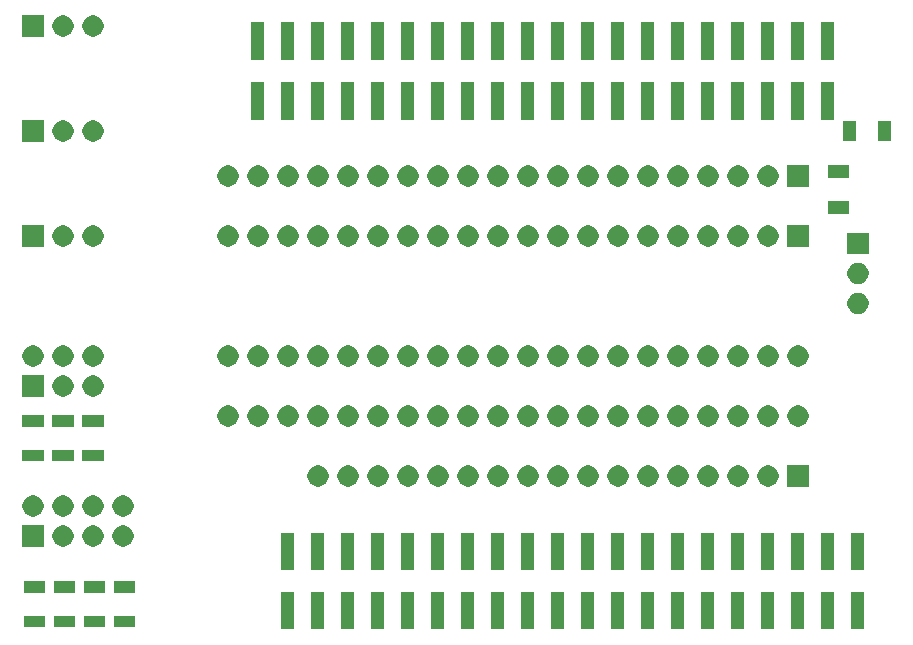
<source format=gbs>
G04 #@! TF.GenerationSoftware,KiCad,Pcbnew,(5.1.6)-1*
G04 #@! TF.CreationDate,2021-05-11T11:26:14+01:00*
G04 #@! TF.ProjectId,cpu_exp_65xx_6x09,6370755f-6578-4705-9f36-3578785f3678,3.01*
G04 #@! TF.SameCoordinates,Original*
G04 #@! TF.FileFunction,Soldermask,Bot*
G04 #@! TF.FilePolarity,Negative*
%FSLAX46Y46*%
G04 Gerber Fmt 4.6, Leading zero omitted, Abs format (unit mm)*
G04 Created by KiCad (PCBNEW (5.1.6)-1) date 2021-05-11 11:26:14*
%MOMM*%
%LPD*%
G01*
G04 APERTURE LIST*
%ADD10C,0.100000*%
G04 APERTURE END LIST*
D10*
G36*
X160571000Y-81541000D02*
G01*
X159469000Y-81541000D01*
X159469000Y-78439000D01*
X160571000Y-78439000D01*
X160571000Y-81541000D01*
G37*
G36*
X135171000Y-81541000D02*
G01*
X134069000Y-81541000D01*
X134069000Y-78439000D01*
X135171000Y-78439000D01*
X135171000Y-81541000D01*
G37*
G36*
X112311000Y-81541000D02*
G01*
X111209000Y-81541000D01*
X111209000Y-78439000D01*
X112311000Y-78439000D01*
X112311000Y-81541000D01*
G37*
G36*
X114851000Y-81541000D02*
G01*
X113749000Y-81541000D01*
X113749000Y-78439000D01*
X114851000Y-78439000D01*
X114851000Y-81541000D01*
G37*
G36*
X117391000Y-81541000D02*
G01*
X116289000Y-81541000D01*
X116289000Y-78439000D01*
X117391000Y-78439000D01*
X117391000Y-81541000D01*
G37*
G36*
X119931000Y-81541000D02*
G01*
X118829000Y-81541000D01*
X118829000Y-78439000D01*
X119931000Y-78439000D01*
X119931000Y-81541000D01*
G37*
G36*
X122471000Y-81541000D02*
G01*
X121369000Y-81541000D01*
X121369000Y-78439000D01*
X122471000Y-78439000D01*
X122471000Y-81541000D01*
G37*
G36*
X125011000Y-81541000D02*
G01*
X123909000Y-81541000D01*
X123909000Y-78439000D01*
X125011000Y-78439000D01*
X125011000Y-81541000D01*
G37*
G36*
X127551000Y-81541000D02*
G01*
X126449000Y-81541000D01*
X126449000Y-78439000D01*
X127551000Y-78439000D01*
X127551000Y-81541000D01*
G37*
G36*
X130091000Y-81541000D02*
G01*
X128989000Y-81541000D01*
X128989000Y-78439000D01*
X130091000Y-78439000D01*
X130091000Y-81541000D01*
G37*
G36*
X132631000Y-81541000D02*
G01*
X131529000Y-81541000D01*
X131529000Y-78439000D01*
X132631000Y-78439000D01*
X132631000Y-81541000D01*
G37*
G36*
X140251000Y-81541000D02*
G01*
X139149000Y-81541000D01*
X139149000Y-78439000D01*
X140251000Y-78439000D01*
X140251000Y-81541000D01*
G37*
G36*
X142791000Y-81541000D02*
G01*
X141689000Y-81541000D01*
X141689000Y-78439000D01*
X142791000Y-78439000D01*
X142791000Y-81541000D01*
G37*
G36*
X145331000Y-81541000D02*
G01*
X144229000Y-81541000D01*
X144229000Y-78439000D01*
X145331000Y-78439000D01*
X145331000Y-81541000D01*
G37*
G36*
X147871000Y-81541000D02*
G01*
X146769000Y-81541000D01*
X146769000Y-78439000D01*
X147871000Y-78439000D01*
X147871000Y-81541000D01*
G37*
G36*
X150411000Y-81541000D02*
G01*
X149309000Y-81541000D01*
X149309000Y-78439000D01*
X150411000Y-78439000D01*
X150411000Y-81541000D01*
G37*
G36*
X152951000Y-81541000D02*
G01*
X151849000Y-81541000D01*
X151849000Y-78439000D01*
X152951000Y-78439000D01*
X152951000Y-81541000D01*
G37*
G36*
X155491000Y-81541000D02*
G01*
X154389000Y-81541000D01*
X154389000Y-78439000D01*
X155491000Y-78439000D01*
X155491000Y-81541000D01*
G37*
G36*
X158031000Y-81541000D02*
G01*
X156929000Y-81541000D01*
X156929000Y-78439000D01*
X158031000Y-78439000D01*
X158031000Y-81541000D01*
G37*
G36*
X137711000Y-81541000D02*
G01*
X136609000Y-81541000D01*
X136609000Y-78439000D01*
X137711000Y-78439000D01*
X137711000Y-81541000D01*
G37*
G36*
X98836000Y-81411000D02*
G01*
X97034000Y-81411000D01*
X97034000Y-80409000D01*
X98836000Y-80409000D01*
X98836000Y-81411000D01*
G37*
G36*
X93756000Y-81411000D02*
G01*
X91954000Y-81411000D01*
X91954000Y-80409000D01*
X93756000Y-80409000D01*
X93756000Y-81411000D01*
G37*
G36*
X96296000Y-81411000D02*
G01*
X94494000Y-81411000D01*
X94494000Y-80409000D01*
X96296000Y-80409000D01*
X96296000Y-81411000D01*
G37*
G36*
X91216000Y-81411000D02*
G01*
X89414000Y-81411000D01*
X89414000Y-80409000D01*
X91216000Y-80409000D01*
X91216000Y-81411000D01*
G37*
G36*
X91216000Y-78511000D02*
G01*
X89414000Y-78511000D01*
X89414000Y-77509000D01*
X91216000Y-77509000D01*
X91216000Y-78511000D01*
G37*
G36*
X98836000Y-78511000D02*
G01*
X97034000Y-78511000D01*
X97034000Y-77509000D01*
X98836000Y-77509000D01*
X98836000Y-78511000D01*
G37*
G36*
X96296000Y-78511000D02*
G01*
X94494000Y-78511000D01*
X94494000Y-77509000D01*
X96296000Y-77509000D01*
X96296000Y-78511000D01*
G37*
G36*
X93756000Y-78511000D02*
G01*
X91954000Y-78511000D01*
X91954000Y-77509000D01*
X93756000Y-77509000D01*
X93756000Y-78511000D01*
G37*
G36*
X140251000Y-76501000D02*
G01*
X139149000Y-76501000D01*
X139149000Y-73399000D01*
X140251000Y-73399000D01*
X140251000Y-76501000D01*
G37*
G36*
X112311000Y-76501000D02*
G01*
X111209000Y-76501000D01*
X111209000Y-73399000D01*
X112311000Y-73399000D01*
X112311000Y-76501000D01*
G37*
G36*
X132631000Y-76501000D02*
G01*
X131529000Y-76501000D01*
X131529000Y-73399000D01*
X132631000Y-73399000D01*
X132631000Y-76501000D01*
G37*
G36*
X150411000Y-76501000D02*
G01*
X149309000Y-76501000D01*
X149309000Y-73399000D01*
X150411000Y-73399000D01*
X150411000Y-76501000D01*
G37*
G36*
X130091000Y-76501000D02*
G01*
X128989000Y-76501000D01*
X128989000Y-73399000D01*
X130091000Y-73399000D01*
X130091000Y-76501000D01*
G37*
G36*
X152951000Y-76501000D02*
G01*
X151849000Y-76501000D01*
X151849000Y-73399000D01*
X152951000Y-73399000D01*
X152951000Y-76501000D01*
G37*
G36*
X127551000Y-76501000D02*
G01*
X126449000Y-76501000D01*
X126449000Y-73399000D01*
X127551000Y-73399000D01*
X127551000Y-76501000D01*
G37*
G36*
X155491000Y-76501000D02*
G01*
X154389000Y-76501000D01*
X154389000Y-73399000D01*
X155491000Y-73399000D01*
X155491000Y-76501000D01*
G37*
G36*
X125011000Y-76501000D02*
G01*
X123909000Y-76501000D01*
X123909000Y-73399000D01*
X125011000Y-73399000D01*
X125011000Y-76501000D01*
G37*
G36*
X158031000Y-76501000D02*
G01*
X156929000Y-76501000D01*
X156929000Y-73399000D01*
X158031000Y-73399000D01*
X158031000Y-76501000D01*
G37*
G36*
X147871000Y-76501000D02*
G01*
X146769000Y-76501000D01*
X146769000Y-73399000D01*
X147871000Y-73399000D01*
X147871000Y-76501000D01*
G37*
G36*
X135171000Y-76501000D02*
G01*
X134069000Y-76501000D01*
X134069000Y-73399000D01*
X135171000Y-73399000D01*
X135171000Y-76501000D01*
G37*
G36*
X114851000Y-76501000D02*
G01*
X113749000Y-76501000D01*
X113749000Y-73399000D01*
X114851000Y-73399000D01*
X114851000Y-76501000D01*
G37*
G36*
X117391000Y-76501000D02*
G01*
X116289000Y-76501000D01*
X116289000Y-73399000D01*
X117391000Y-73399000D01*
X117391000Y-76501000D01*
G37*
G36*
X119931000Y-76501000D02*
G01*
X118829000Y-76501000D01*
X118829000Y-73399000D01*
X119931000Y-73399000D01*
X119931000Y-76501000D01*
G37*
G36*
X145331000Y-76501000D02*
G01*
X144229000Y-76501000D01*
X144229000Y-73399000D01*
X145331000Y-73399000D01*
X145331000Y-76501000D01*
G37*
G36*
X142791000Y-76501000D02*
G01*
X141689000Y-76501000D01*
X141689000Y-73399000D01*
X142791000Y-73399000D01*
X142791000Y-76501000D01*
G37*
G36*
X137711000Y-76501000D02*
G01*
X136609000Y-76501000D01*
X136609000Y-73399000D01*
X137711000Y-73399000D01*
X137711000Y-76501000D01*
G37*
G36*
X122471000Y-76501000D02*
G01*
X121369000Y-76501000D01*
X121369000Y-73399000D01*
X122471000Y-73399000D01*
X122471000Y-76501000D01*
G37*
G36*
X160571000Y-76501000D02*
G01*
X159469000Y-76501000D01*
X159469000Y-73399000D01*
X160571000Y-73399000D01*
X160571000Y-76501000D01*
G37*
G36*
X95363512Y-72763927D02*
G01*
X95512812Y-72793624D01*
X95676784Y-72861544D01*
X95824354Y-72960147D01*
X95949853Y-73085646D01*
X96048456Y-73233216D01*
X96116376Y-73397188D01*
X96151000Y-73571259D01*
X96151000Y-73748741D01*
X96116376Y-73922812D01*
X96048456Y-74086784D01*
X95949853Y-74234354D01*
X95824354Y-74359853D01*
X95676784Y-74458456D01*
X95512812Y-74526376D01*
X95363512Y-74556073D01*
X95338742Y-74561000D01*
X95161258Y-74561000D01*
X95136488Y-74556073D01*
X94987188Y-74526376D01*
X94823216Y-74458456D01*
X94675646Y-74359853D01*
X94550147Y-74234354D01*
X94451544Y-74086784D01*
X94383624Y-73922812D01*
X94349000Y-73748741D01*
X94349000Y-73571259D01*
X94383624Y-73397188D01*
X94451544Y-73233216D01*
X94550147Y-73085646D01*
X94675646Y-72960147D01*
X94823216Y-72861544D01*
X94987188Y-72793624D01*
X95136488Y-72763927D01*
X95161258Y-72759000D01*
X95338742Y-72759000D01*
X95363512Y-72763927D01*
G37*
G36*
X92823512Y-72763927D02*
G01*
X92972812Y-72793624D01*
X93136784Y-72861544D01*
X93284354Y-72960147D01*
X93409853Y-73085646D01*
X93508456Y-73233216D01*
X93576376Y-73397188D01*
X93611000Y-73571259D01*
X93611000Y-73748741D01*
X93576376Y-73922812D01*
X93508456Y-74086784D01*
X93409853Y-74234354D01*
X93284354Y-74359853D01*
X93136784Y-74458456D01*
X92972812Y-74526376D01*
X92823512Y-74556073D01*
X92798742Y-74561000D01*
X92621258Y-74561000D01*
X92596488Y-74556073D01*
X92447188Y-74526376D01*
X92283216Y-74458456D01*
X92135646Y-74359853D01*
X92010147Y-74234354D01*
X91911544Y-74086784D01*
X91843624Y-73922812D01*
X91809000Y-73748741D01*
X91809000Y-73571259D01*
X91843624Y-73397188D01*
X91911544Y-73233216D01*
X92010147Y-73085646D01*
X92135646Y-72960147D01*
X92283216Y-72861544D01*
X92447188Y-72793624D01*
X92596488Y-72763927D01*
X92621258Y-72759000D01*
X92798742Y-72759000D01*
X92823512Y-72763927D01*
G37*
G36*
X91071000Y-74561000D02*
G01*
X89269000Y-74561000D01*
X89269000Y-72759000D01*
X91071000Y-72759000D01*
X91071000Y-74561000D01*
G37*
G36*
X97903512Y-72763927D02*
G01*
X98052812Y-72793624D01*
X98216784Y-72861544D01*
X98364354Y-72960147D01*
X98489853Y-73085646D01*
X98588456Y-73233216D01*
X98656376Y-73397188D01*
X98691000Y-73571259D01*
X98691000Y-73748741D01*
X98656376Y-73922812D01*
X98588456Y-74086784D01*
X98489853Y-74234354D01*
X98364354Y-74359853D01*
X98216784Y-74458456D01*
X98052812Y-74526376D01*
X97903512Y-74556073D01*
X97878742Y-74561000D01*
X97701258Y-74561000D01*
X97676488Y-74556073D01*
X97527188Y-74526376D01*
X97363216Y-74458456D01*
X97215646Y-74359853D01*
X97090147Y-74234354D01*
X96991544Y-74086784D01*
X96923624Y-73922812D01*
X96889000Y-73748741D01*
X96889000Y-73571259D01*
X96923624Y-73397188D01*
X96991544Y-73233216D01*
X97090147Y-73085646D01*
X97215646Y-72960147D01*
X97363216Y-72861544D01*
X97527188Y-72793624D01*
X97676488Y-72763927D01*
X97701258Y-72759000D01*
X97878742Y-72759000D01*
X97903512Y-72763927D01*
G37*
G36*
X90283512Y-70223927D02*
G01*
X90432812Y-70253624D01*
X90596784Y-70321544D01*
X90744354Y-70420147D01*
X90869853Y-70545646D01*
X90968456Y-70693216D01*
X91036376Y-70857188D01*
X91071000Y-71031259D01*
X91071000Y-71208741D01*
X91036376Y-71382812D01*
X90968456Y-71546784D01*
X90869853Y-71694354D01*
X90744354Y-71819853D01*
X90596784Y-71918456D01*
X90432812Y-71986376D01*
X90283512Y-72016073D01*
X90258742Y-72021000D01*
X90081258Y-72021000D01*
X90056488Y-72016073D01*
X89907188Y-71986376D01*
X89743216Y-71918456D01*
X89595646Y-71819853D01*
X89470147Y-71694354D01*
X89371544Y-71546784D01*
X89303624Y-71382812D01*
X89269000Y-71208741D01*
X89269000Y-71031259D01*
X89303624Y-70857188D01*
X89371544Y-70693216D01*
X89470147Y-70545646D01*
X89595646Y-70420147D01*
X89743216Y-70321544D01*
X89907188Y-70253624D01*
X90056488Y-70223927D01*
X90081258Y-70219000D01*
X90258742Y-70219000D01*
X90283512Y-70223927D01*
G37*
G36*
X92823512Y-70223927D02*
G01*
X92972812Y-70253624D01*
X93136784Y-70321544D01*
X93284354Y-70420147D01*
X93409853Y-70545646D01*
X93508456Y-70693216D01*
X93576376Y-70857188D01*
X93611000Y-71031259D01*
X93611000Y-71208741D01*
X93576376Y-71382812D01*
X93508456Y-71546784D01*
X93409853Y-71694354D01*
X93284354Y-71819853D01*
X93136784Y-71918456D01*
X92972812Y-71986376D01*
X92823512Y-72016073D01*
X92798742Y-72021000D01*
X92621258Y-72021000D01*
X92596488Y-72016073D01*
X92447188Y-71986376D01*
X92283216Y-71918456D01*
X92135646Y-71819853D01*
X92010147Y-71694354D01*
X91911544Y-71546784D01*
X91843624Y-71382812D01*
X91809000Y-71208741D01*
X91809000Y-71031259D01*
X91843624Y-70857188D01*
X91911544Y-70693216D01*
X92010147Y-70545646D01*
X92135646Y-70420147D01*
X92283216Y-70321544D01*
X92447188Y-70253624D01*
X92596488Y-70223927D01*
X92621258Y-70219000D01*
X92798742Y-70219000D01*
X92823512Y-70223927D01*
G37*
G36*
X95363512Y-70223927D02*
G01*
X95512812Y-70253624D01*
X95676784Y-70321544D01*
X95824354Y-70420147D01*
X95949853Y-70545646D01*
X96048456Y-70693216D01*
X96116376Y-70857188D01*
X96151000Y-71031259D01*
X96151000Y-71208741D01*
X96116376Y-71382812D01*
X96048456Y-71546784D01*
X95949853Y-71694354D01*
X95824354Y-71819853D01*
X95676784Y-71918456D01*
X95512812Y-71986376D01*
X95363512Y-72016073D01*
X95338742Y-72021000D01*
X95161258Y-72021000D01*
X95136488Y-72016073D01*
X94987188Y-71986376D01*
X94823216Y-71918456D01*
X94675646Y-71819853D01*
X94550147Y-71694354D01*
X94451544Y-71546784D01*
X94383624Y-71382812D01*
X94349000Y-71208741D01*
X94349000Y-71031259D01*
X94383624Y-70857188D01*
X94451544Y-70693216D01*
X94550147Y-70545646D01*
X94675646Y-70420147D01*
X94823216Y-70321544D01*
X94987188Y-70253624D01*
X95136488Y-70223927D01*
X95161258Y-70219000D01*
X95338742Y-70219000D01*
X95363512Y-70223927D01*
G37*
G36*
X97903512Y-70223927D02*
G01*
X98052812Y-70253624D01*
X98216784Y-70321544D01*
X98364354Y-70420147D01*
X98489853Y-70545646D01*
X98588456Y-70693216D01*
X98656376Y-70857188D01*
X98691000Y-71031259D01*
X98691000Y-71208741D01*
X98656376Y-71382812D01*
X98588456Y-71546784D01*
X98489853Y-71694354D01*
X98364354Y-71819853D01*
X98216784Y-71918456D01*
X98052812Y-71986376D01*
X97903512Y-72016073D01*
X97878742Y-72021000D01*
X97701258Y-72021000D01*
X97676488Y-72016073D01*
X97527188Y-71986376D01*
X97363216Y-71918456D01*
X97215646Y-71819853D01*
X97090147Y-71694354D01*
X96991544Y-71546784D01*
X96923624Y-71382812D01*
X96889000Y-71208741D01*
X96889000Y-71031259D01*
X96923624Y-70857188D01*
X96991544Y-70693216D01*
X97090147Y-70545646D01*
X97215646Y-70420147D01*
X97363216Y-70321544D01*
X97527188Y-70253624D01*
X97676488Y-70223927D01*
X97701258Y-70219000D01*
X97878742Y-70219000D01*
X97903512Y-70223927D01*
G37*
G36*
X149973512Y-67683927D02*
G01*
X150122812Y-67713624D01*
X150286784Y-67781544D01*
X150434354Y-67880147D01*
X150559853Y-68005646D01*
X150658456Y-68153216D01*
X150726376Y-68317188D01*
X150761000Y-68491259D01*
X150761000Y-68668741D01*
X150726376Y-68842812D01*
X150658456Y-69006784D01*
X150559853Y-69154354D01*
X150434354Y-69279853D01*
X150286784Y-69378456D01*
X150122812Y-69446376D01*
X149973512Y-69476073D01*
X149948742Y-69481000D01*
X149771258Y-69481000D01*
X149746488Y-69476073D01*
X149597188Y-69446376D01*
X149433216Y-69378456D01*
X149285646Y-69279853D01*
X149160147Y-69154354D01*
X149061544Y-69006784D01*
X148993624Y-68842812D01*
X148959000Y-68668741D01*
X148959000Y-68491259D01*
X148993624Y-68317188D01*
X149061544Y-68153216D01*
X149160147Y-68005646D01*
X149285646Y-67880147D01*
X149433216Y-67781544D01*
X149597188Y-67713624D01*
X149746488Y-67683927D01*
X149771258Y-67679000D01*
X149948742Y-67679000D01*
X149973512Y-67683927D01*
G37*
G36*
X124573512Y-67683927D02*
G01*
X124722812Y-67713624D01*
X124886784Y-67781544D01*
X125034354Y-67880147D01*
X125159853Y-68005646D01*
X125258456Y-68153216D01*
X125326376Y-68317188D01*
X125361000Y-68491259D01*
X125361000Y-68668741D01*
X125326376Y-68842812D01*
X125258456Y-69006784D01*
X125159853Y-69154354D01*
X125034354Y-69279853D01*
X124886784Y-69378456D01*
X124722812Y-69446376D01*
X124573512Y-69476073D01*
X124548742Y-69481000D01*
X124371258Y-69481000D01*
X124346488Y-69476073D01*
X124197188Y-69446376D01*
X124033216Y-69378456D01*
X123885646Y-69279853D01*
X123760147Y-69154354D01*
X123661544Y-69006784D01*
X123593624Y-68842812D01*
X123559000Y-68668741D01*
X123559000Y-68491259D01*
X123593624Y-68317188D01*
X123661544Y-68153216D01*
X123760147Y-68005646D01*
X123885646Y-67880147D01*
X124033216Y-67781544D01*
X124197188Y-67713624D01*
X124346488Y-67683927D01*
X124371258Y-67679000D01*
X124548742Y-67679000D01*
X124573512Y-67683927D01*
G37*
G36*
X122033512Y-67683927D02*
G01*
X122182812Y-67713624D01*
X122346784Y-67781544D01*
X122494354Y-67880147D01*
X122619853Y-68005646D01*
X122718456Y-68153216D01*
X122786376Y-68317188D01*
X122821000Y-68491259D01*
X122821000Y-68668741D01*
X122786376Y-68842812D01*
X122718456Y-69006784D01*
X122619853Y-69154354D01*
X122494354Y-69279853D01*
X122346784Y-69378456D01*
X122182812Y-69446376D01*
X122033512Y-69476073D01*
X122008742Y-69481000D01*
X121831258Y-69481000D01*
X121806488Y-69476073D01*
X121657188Y-69446376D01*
X121493216Y-69378456D01*
X121345646Y-69279853D01*
X121220147Y-69154354D01*
X121121544Y-69006784D01*
X121053624Y-68842812D01*
X121019000Y-68668741D01*
X121019000Y-68491259D01*
X121053624Y-68317188D01*
X121121544Y-68153216D01*
X121220147Y-68005646D01*
X121345646Y-67880147D01*
X121493216Y-67781544D01*
X121657188Y-67713624D01*
X121806488Y-67683927D01*
X121831258Y-67679000D01*
X122008742Y-67679000D01*
X122033512Y-67683927D01*
G37*
G36*
X119493512Y-67683927D02*
G01*
X119642812Y-67713624D01*
X119806784Y-67781544D01*
X119954354Y-67880147D01*
X120079853Y-68005646D01*
X120178456Y-68153216D01*
X120246376Y-68317188D01*
X120281000Y-68491259D01*
X120281000Y-68668741D01*
X120246376Y-68842812D01*
X120178456Y-69006784D01*
X120079853Y-69154354D01*
X119954354Y-69279853D01*
X119806784Y-69378456D01*
X119642812Y-69446376D01*
X119493512Y-69476073D01*
X119468742Y-69481000D01*
X119291258Y-69481000D01*
X119266488Y-69476073D01*
X119117188Y-69446376D01*
X118953216Y-69378456D01*
X118805646Y-69279853D01*
X118680147Y-69154354D01*
X118581544Y-69006784D01*
X118513624Y-68842812D01*
X118479000Y-68668741D01*
X118479000Y-68491259D01*
X118513624Y-68317188D01*
X118581544Y-68153216D01*
X118680147Y-68005646D01*
X118805646Y-67880147D01*
X118953216Y-67781544D01*
X119117188Y-67713624D01*
X119266488Y-67683927D01*
X119291258Y-67679000D01*
X119468742Y-67679000D01*
X119493512Y-67683927D01*
G37*
G36*
X116953512Y-67683927D02*
G01*
X117102812Y-67713624D01*
X117266784Y-67781544D01*
X117414354Y-67880147D01*
X117539853Y-68005646D01*
X117638456Y-68153216D01*
X117706376Y-68317188D01*
X117741000Y-68491259D01*
X117741000Y-68668741D01*
X117706376Y-68842812D01*
X117638456Y-69006784D01*
X117539853Y-69154354D01*
X117414354Y-69279853D01*
X117266784Y-69378456D01*
X117102812Y-69446376D01*
X116953512Y-69476073D01*
X116928742Y-69481000D01*
X116751258Y-69481000D01*
X116726488Y-69476073D01*
X116577188Y-69446376D01*
X116413216Y-69378456D01*
X116265646Y-69279853D01*
X116140147Y-69154354D01*
X116041544Y-69006784D01*
X115973624Y-68842812D01*
X115939000Y-68668741D01*
X115939000Y-68491259D01*
X115973624Y-68317188D01*
X116041544Y-68153216D01*
X116140147Y-68005646D01*
X116265646Y-67880147D01*
X116413216Y-67781544D01*
X116577188Y-67713624D01*
X116726488Y-67683927D01*
X116751258Y-67679000D01*
X116928742Y-67679000D01*
X116953512Y-67683927D01*
G37*
G36*
X114413512Y-67683927D02*
G01*
X114562812Y-67713624D01*
X114726784Y-67781544D01*
X114874354Y-67880147D01*
X114999853Y-68005646D01*
X115098456Y-68153216D01*
X115166376Y-68317188D01*
X115201000Y-68491259D01*
X115201000Y-68668741D01*
X115166376Y-68842812D01*
X115098456Y-69006784D01*
X114999853Y-69154354D01*
X114874354Y-69279853D01*
X114726784Y-69378456D01*
X114562812Y-69446376D01*
X114413512Y-69476073D01*
X114388742Y-69481000D01*
X114211258Y-69481000D01*
X114186488Y-69476073D01*
X114037188Y-69446376D01*
X113873216Y-69378456D01*
X113725646Y-69279853D01*
X113600147Y-69154354D01*
X113501544Y-69006784D01*
X113433624Y-68842812D01*
X113399000Y-68668741D01*
X113399000Y-68491259D01*
X113433624Y-68317188D01*
X113501544Y-68153216D01*
X113600147Y-68005646D01*
X113725646Y-67880147D01*
X113873216Y-67781544D01*
X114037188Y-67713624D01*
X114186488Y-67683927D01*
X114211258Y-67679000D01*
X114388742Y-67679000D01*
X114413512Y-67683927D01*
G37*
G36*
X127113512Y-67683927D02*
G01*
X127262812Y-67713624D01*
X127426784Y-67781544D01*
X127574354Y-67880147D01*
X127699853Y-68005646D01*
X127798456Y-68153216D01*
X127866376Y-68317188D01*
X127901000Y-68491259D01*
X127901000Y-68668741D01*
X127866376Y-68842812D01*
X127798456Y-69006784D01*
X127699853Y-69154354D01*
X127574354Y-69279853D01*
X127426784Y-69378456D01*
X127262812Y-69446376D01*
X127113512Y-69476073D01*
X127088742Y-69481000D01*
X126911258Y-69481000D01*
X126886488Y-69476073D01*
X126737188Y-69446376D01*
X126573216Y-69378456D01*
X126425646Y-69279853D01*
X126300147Y-69154354D01*
X126201544Y-69006784D01*
X126133624Y-68842812D01*
X126099000Y-68668741D01*
X126099000Y-68491259D01*
X126133624Y-68317188D01*
X126201544Y-68153216D01*
X126300147Y-68005646D01*
X126425646Y-67880147D01*
X126573216Y-67781544D01*
X126737188Y-67713624D01*
X126886488Y-67683927D01*
X126911258Y-67679000D01*
X127088742Y-67679000D01*
X127113512Y-67683927D01*
G37*
G36*
X129653512Y-67683927D02*
G01*
X129802812Y-67713624D01*
X129966784Y-67781544D01*
X130114354Y-67880147D01*
X130239853Y-68005646D01*
X130338456Y-68153216D01*
X130406376Y-68317188D01*
X130441000Y-68491259D01*
X130441000Y-68668741D01*
X130406376Y-68842812D01*
X130338456Y-69006784D01*
X130239853Y-69154354D01*
X130114354Y-69279853D01*
X129966784Y-69378456D01*
X129802812Y-69446376D01*
X129653512Y-69476073D01*
X129628742Y-69481000D01*
X129451258Y-69481000D01*
X129426488Y-69476073D01*
X129277188Y-69446376D01*
X129113216Y-69378456D01*
X128965646Y-69279853D01*
X128840147Y-69154354D01*
X128741544Y-69006784D01*
X128673624Y-68842812D01*
X128639000Y-68668741D01*
X128639000Y-68491259D01*
X128673624Y-68317188D01*
X128741544Y-68153216D01*
X128840147Y-68005646D01*
X128965646Y-67880147D01*
X129113216Y-67781544D01*
X129277188Y-67713624D01*
X129426488Y-67683927D01*
X129451258Y-67679000D01*
X129628742Y-67679000D01*
X129653512Y-67683927D01*
G37*
G36*
X132193512Y-67683927D02*
G01*
X132342812Y-67713624D01*
X132506784Y-67781544D01*
X132654354Y-67880147D01*
X132779853Y-68005646D01*
X132878456Y-68153216D01*
X132946376Y-68317188D01*
X132981000Y-68491259D01*
X132981000Y-68668741D01*
X132946376Y-68842812D01*
X132878456Y-69006784D01*
X132779853Y-69154354D01*
X132654354Y-69279853D01*
X132506784Y-69378456D01*
X132342812Y-69446376D01*
X132193512Y-69476073D01*
X132168742Y-69481000D01*
X131991258Y-69481000D01*
X131966488Y-69476073D01*
X131817188Y-69446376D01*
X131653216Y-69378456D01*
X131505646Y-69279853D01*
X131380147Y-69154354D01*
X131281544Y-69006784D01*
X131213624Y-68842812D01*
X131179000Y-68668741D01*
X131179000Y-68491259D01*
X131213624Y-68317188D01*
X131281544Y-68153216D01*
X131380147Y-68005646D01*
X131505646Y-67880147D01*
X131653216Y-67781544D01*
X131817188Y-67713624D01*
X131966488Y-67683927D01*
X131991258Y-67679000D01*
X132168742Y-67679000D01*
X132193512Y-67683927D01*
G37*
G36*
X137273512Y-67683927D02*
G01*
X137422812Y-67713624D01*
X137586784Y-67781544D01*
X137734354Y-67880147D01*
X137859853Y-68005646D01*
X137958456Y-68153216D01*
X138026376Y-68317188D01*
X138061000Y-68491259D01*
X138061000Y-68668741D01*
X138026376Y-68842812D01*
X137958456Y-69006784D01*
X137859853Y-69154354D01*
X137734354Y-69279853D01*
X137586784Y-69378456D01*
X137422812Y-69446376D01*
X137273512Y-69476073D01*
X137248742Y-69481000D01*
X137071258Y-69481000D01*
X137046488Y-69476073D01*
X136897188Y-69446376D01*
X136733216Y-69378456D01*
X136585646Y-69279853D01*
X136460147Y-69154354D01*
X136361544Y-69006784D01*
X136293624Y-68842812D01*
X136259000Y-68668741D01*
X136259000Y-68491259D01*
X136293624Y-68317188D01*
X136361544Y-68153216D01*
X136460147Y-68005646D01*
X136585646Y-67880147D01*
X136733216Y-67781544D01*
X136897188Y-67713624D01*
X137046488Y-67683927D01*
X137071258Y-67679000D01*
X137248742Y-67679000D01*
X137273512Y-67683927D01*
G37*
G36*
X134733512Y-67683927D02*
G01*
X134882812Y-67713624D01*
X135046784Y-67781544D01*
X135194354Y-67880147D01*
X135319853Y-68005646D01*
X135418456Y-68153216D01*
X135486376Y-68317188D01*
X135521000Y-68491259D01*
X135521000Y-68668741D01*
X135486376Y-68842812D01*
X135418456Y-69006784D01*
X135319853Y-69154354D01*
X135194354Y-69279853D01*
X135046784Y-69378456D01*
X134882812Y-69446376D01*
X134733512Y-69476073D01*
X134708742Y-69481000D01*
X134531258Y-69481000D01*
X134506488Y-69476073D01*
X134357188Y-69446376D01*
X134193216Y-69378456D01*
X134045646Y-69279853D01*
X133920147Y-69154354D01*
X133821544Y-69006784D01*
X133753624Y-68842812D01*
X133719000Y-68668741D01*
X133719000Y-68491259D01*
X133753624Y-68317188D01*
X133821544Y-68153216D01*
X133920147Y-68005646D01*
X134045646Y-67880147D01*
X134193216Y-67781544D01*
X134357188Y-67713624D01*
X134506488Y-67683927D01*
X134531258Y-67679000D01*
X134708742Y-67679000D01*
X134733512Y-67683927D01*
G37*
G36*
X152513512Y-67683927D02*
G01*
X152662812Y-67713624D01*
X152826784Y-67781544D01*
X152974354Y-67880147D01*
X153099853Y-68005646D01*
X153198456Y-68153216D01*
X153266376Y-68317188D01*
X153301000Y-68491259D01*
X153301000Y-68668741D01*
X153266376Y-68842812D01*
X153198456Y-69006784D01*
X153099853Y-69154354D01*
X152974354Y-69279853D01*
X152826784Y-69378456D01*
X152662812Y-69446376D01*
X152513512Y-69476073D01*
X152488742Y-69481000D01*
X152311258Y-69481000D01*
X152286488Y-69476073D01*
X152137188Y-69446376D01*
X151973216Y-69378456D01*
X151825646Y-69279853D01*
X151700147Y-69154354D01*
X151601544Y-69006784D01*
X151533624Y-68842812D01*
X151499000Y-68668741D01*
X151499000Y-68491259D01*
X151533624Y-68317188D01*
X151601544Y-68153216D01*
X151700147Y-68005646D01*
X151825646Y-67880147D01*
X151973216Y-67781544D01*
X152137188Y-67713624D01*
X152286488Y-67683927D01*
X152311258Y-67679000D01*
X152488742Y-67679000D01*
X152513512Y-67683927D01*
G37*
G36*
X155841000Y-69481000D02*
G01*
X154039000Y-69481000D01*
X154039000Y-67679000D01*
X155841000Y-67679000D01*
X155841000Y-69481000D01*
G37*
G36*
X147433512Y-67683927D02*
G01*
X147582812Y-67713624D01*
X147746784Y-67781544D01*
X147894354Y-67880147D01*
X148019853Y-68005646D01*
X148118456Y-68153216D01*
X148186376Y-68317188D01*
X148221000Y-68491259D01*
X148221000Y-68668741D01*
X148186376Y-68842812D01*
X148118456Y-69006784D01*
X148019853Y-69154354D01*
X147894354Y-69279853D01*
X147746784Y-69378456D01*
X147582812Y-69446376D01*
X147433512Y-69476073D01*
X147408742Y-69481000D01*
X147231258Y-69481000D01*
X147206488Y-69476073D01*
X147057188Y-69446376D01*
X146893216Y-69378456D01*
X146745646Y-69279853D01*
X146620147Y-69154354D01*
X146521544Y-69006784D01*
X146453624Y-68842812D01*
X146419000Y-68668741D01*
X146419000Y-68491259D01*
X146453624Y-68317188D01*
X146521544Y-68153216D01*
X146620147Y-68005646D01*
X146745646Y-67880147D01*
X146893216Y-67781544D01*
X147057188Y-67713624D01*
X147206488Y-67683927D01*
X147231258Y-67679000D01*
X147408742Y-67679000D01*
X147433512Y-67683927D01*
G37*
G36*
X142353512Y-67683927D02*
G01*
X142502812Y-67713624D01*
X142666784Y-67781544D01*
X142814354Y-67880147D01*
X142939853Y-68005646D01*
X143038456Y-68153216D01*
X143106376Y-68317188D01*
X143141000Y-68491259D01*
X143141000Y-68668741D01*
X143106376Y-68842812D01*
X143038456Y-69006784D01*
X142939853Y-69154354D01*
X142814354Y-69279853D01*
X142666784Y-69378456D01*
X142502812Y-69446376D01*
X142353512Y-69476073D01*
X142328742Y-69481000D01*
X142151258Y-69481000D01*
X142126488Y-69476073D01*
X141977188Y-69446376D01*
X141813216Y-69378456D01*
X141665646Y-69279853D01*
X141540147Y-69154354D01*
X141441544Y-69006784D01*
X141373624Y-68842812D01*
X141339000Y-68668741D01*
X141339000Y-68491259D01*
X141373624Y-68317188D01*
X141441544Y-68153216D01*
X141540147Y-68005646D01*
X141665646Y-67880147D01*
X141813216Y-67781544D01*
X141977188Y-67713624D01*
X142126488Y-67683927D01*
X142151258Y-67679000D01*
X142328742Y-67679000D01*
X142353512Y-67683927D01*
G37*
G36*
X139813512Y-67683927D02*
G01*
X139962812Y-67713624D01*
X140126784Y-67781544D01*
X140274354Y-67880147D01*
X140399853Y-68005646D01*
X140498456Y-68153216D01*
X140566376Y-68317188D01*
X140601000Y-68491259D01*
X140601000Y-68668741D01*
X140566376Y-68842812D01*
X140498456Y-69006784D01*
X140399853Y-69154354D01*
X140274354Y-69279853D01*
X140126784Y-69378456D01*
X139962812Y-69446376D01*
X139813512Y-69476073D01*
X139788742Y-69481000D01*
X139611258Y-69481000D01*
X139586488Y-69476073D01*
X139437188Y-69446376D01*
X139273216Y-69378456D01*
X139125646Y-69279853D01*
X139000147Y-69154354D01*
X138901544Y-69006784D01*
X138833624Y-68842812D01*
X138799000Y-68668741D01*
X138799000Y-68491259D01*
X138833624Y-68317188D01*
X138901544Y-68153216D01*
X139000147Y-68005646D01*
X139125646Y-67880147D01*
X139273216Y-67781544D01*
X139437188Y-67713624D01*
X139586488Y-67683927D01*
X139611258Y-67679000D01*
X139788742Y-67679000D01*
X139813512Y-67683927D01*
G37*
G36*
X144893512Y-67683927D02*
G01*
X145042812Y-67713624D01*
X145206784Y-67781544D01*
X145354354Y-67880147D01*
X145479853Y-68005646D01*
X145578456Y-68153216D01*
X145646376Y-68317188D01*
X145681000Y-68491259D01*
X145681000Y-68668741D01*
X145646376Y-68842812D01*
X145578456Y-69006784D01*
X145479853Y-69154354D01*
X145354354Y-69279853D01*
X145206784Y-69378456D01*
X145042812Y-69446376D01*
X144893512Y-69476073D01*
X144868742Y-69481000D01*
X144691258Y-69481000D01*
X144666488Y-69476073D01*
X144517188Y-69446376D01*
X144353216Y-69378456D01*
X144205646Y-69279853D01*
X144080147Y-69154354D01*
X143981544Y-69006784D01*
X143913624Y-68842812D01*
X143879000Y-68668741D01*
X143879000Y-68491259D01*
X143913624Y-68317188D01*
X143981544Y-68153216D01*
X144080147Y-68005646D01*
X144205646Y-67880147D01*
X144353216Y-67781544D01*
X144517188Y-67713624D01*
X144666488Y-67683927D01*
X144691258Y-67679000D01*
X144868742Y-67679000D01*
X144893512Y-67683927D01*
G37*
G36*
X96151000Y-67356000D02*
G01*
X94349000Y-67356000D01*
X94349000Y-66354000D01*
X96151000Y-66354000D01*
X96151000Y-67356000D01*
G37*
G36*
X93611000Y-67356000D02*
G01*
X91809000Y-67356000D01*
X91809000Y-66354000D01*
X93611000Y-66354000D01*
X93611000Y-67356000D01*
G37*
G36*
X91071000Y-67356000D02*
G01*
X89269000Y-67356000D01*
X89269000Y-66354000D01*
X91071000Y-66354000D01*
X91071000Y-67356000D01*
G37*
G36*
X96151000Y-64456000D02*
G01*
X94349000Y-64456000D01*
X94349000Y-63454000D01*
X96151000Y-63454000D01*
X96151000Y-64456000D01*
G37*
G36*
X93611000Y-64456000D02*
G01*
X91809000Y-64456000D01*
X91809000Y-63454000D01*
X93611000Y-63454000D01*
X93611000Y-64456000D01*
G37*
G36*
X91071000Y-64456000D02*
G01*
X89269000Y-64456000D01*
X89269000Y-63454000D01*
X91071000Y-63454000D01*
X91071000Y-64456000D01*
G37*
G36*
X132193512Y-62603927D02*
G01*
X132342812Y-62633624D01*
X132506784Y-62701544D01*
X132654354Y-62800147D01*
X132779853Y-62925646D01*
X132878456Y-63073216D01*
X132946376Y-63237188D01*
X132981000Y-63411259D01*
X132981000Y-63588741D01*
X132946376Y-63762812D01*
X132878456Y-63926784D01*
X132779853Y-64074354D01*
X132654354Y-64199853D01*
X132506784Y-64298456D01*
X132342812Y-64366376D01*
X132193512Y-64396073D01*
X132168742Y-64401000D01*
X131991258Y-64401000D01*
X131966488Y-64396073D01*
X131817188Y-64366376D01*
X131653216Y-64298456D01*
X131505646Y-64199853D01*
X131380147Y-64074354D01*
X131281544Y-63926784D01*
X131213624Y-63762812D01*
X131179000Y-63588741D01*
X131179000Y-63411259D01*
X131213624Y-63237188D01*
X131281544Y-63073216D01*
X131380147Y-62925646D01*
X131505646Y-62800147D01*
X131653216Y-62701544D01*
X131817188Y-62633624D01*
X131966488Y-62603927D01*
X131991258Y-62599000D01*
X132168742Y-62599000D01*
X132193512Y-62603927D01*
G37*
G36*
X134733512Y-62603927D02*
G01*
X134882812Y-62633624D01*
X135046784Y-62701544D01*
X135194354Y-62800147D01*
X135319853Y-62925646D01*
X135418456Y-63073216D01*
X135486376Y-63237188D01*
X135521000Y-63411259D01*
X135521000Y-63588741D01*
X135486376Y-63762812D01*
X135418456Y-63926784D01*
X135319853Y-64074354D01*
X135194354Y-64199853D01*
X135046784Y-64298456D01*
X134882812Y-64366376D01*
X134733512Y-64396073D01*
X134708742Y-64401000D01*
X134531258Y-64401000D01*
X134506488Y-64396073D01*
X134357188Y-64366376D01*
X134193216Y-64298456D01*
X134045646Y-64199853D01*
X133920147Y-64074354D01*
X133821544Y-63926784D01*
X133753624Y-63762812D01*
X133719000Y-63588741D01*
X133719000Y-63411259D01*
X133753624Y-63237188D01*
X133821544Y-63073216D01*
X133920147Y-62925646D01*
X134045646Y-62800147D01*
X134193216Y-62701544D01*
X134357188Y-62633624D01*
X134506488Y-62603927D01*
X134531258Y-62599000D01*
X134708742Y-62599000D01*
X134733512Y-62603927D01*
G37*
G36*
X137273512Y-62603927D02*
G01*
X137422812Y-62633624D01*
X137586784Y-62701544D01*
X137734354Y-62800147D01*
X137859853Y-62925646D01*
X137958456Y-63073216D01*
X138026376Y-63237188D01*
X138061000Y-63411259D01*
X138061000Y-63588741D01*
X138026376Y-63762812D01*
X137958456Y-63926784D01*
X137859853Y-64074354D01*
X137734354Y-64199853D01*
X137586784Y-64298456D01*
X137422812Y-64366376D01*
X137273512Y-64396073D01*
X137248742Y-64401000D01*
X137071258Y-64401000D01*
X137046488Y-64396073D01*
X136897188Y-64366376D01*
X136733216Y-64298456D01*
X136585646Y-64199853D01*
X136460147Y-64074354D01*
X136361544Y-63926784D01*
X136293624Y-63762812D01*
X136259000Y-63588741D01*
X136259000Y-63411259D01*
X136293624Y-63237188D01*
X136361544Y-63073216D01*
X136460147Y-62925646D01*
X136585646Y-62800147D01*
X136733216Y-62701544D01*
X136897188Y-62633624D01*
X137046488Y-62603927D01*
X137071258Y-62599000D01*
X137248742Y-62599000D01*
X137273512Y-62603927D01*
G37*
G36*
X139813512Y-62603927D02*
G01*
X139962812Y-62633624D01*
X140126784Y-62701544D01*
X140274354Y-62800147D01*
X140399853Y-62925646D01*
X140498456Y-63073216D01*
X140566376Y-63237188D01*
X140601000Y-63411259D01*
X140601000Y-63588741D01*
X140566376Y-63762812D01*
X140498456Y-63926784D01*
X140399853Y-64074354D01*
X140274354Y-64199853D01*
X140126784Y-64298456D01*
X139962812Y-64366376D01*
X139813512Y-64396073D01*
X139788742Y-64401000D01*
X139611258Y-64401000D01*
X139586488Y-64396073D01*
X139437188Y-64366376D01*
X139273216Y-64298456D01*
X139125646Y-64199853D01*
X139000147Y-64074354D01*
X138901544Y-63926784D01*
X138833624Y-63762812D01*
X138799000Y-63588741D01*
X138799000Y-63411259D01*
X138833624Y-63237188D01*
X138901544Y-63073216D01*
X139000147Y-62925646D01*
X139125646Y-62800147D01*
X139273216Y-62701544D01*
X139437188Y-62633624D01*
X139586488Y-62603927D01*
X139611258Y-62599000D01*
X139788742Y-62599000D01*
X139813512Y-62603927D01*
G37*
G36*
X142353512Y-62603927D02*
G01*
X142502812Y-62633624D01*
X142666784Y-62701544D01*
X142814354Y-62800147D01*
X142939853Y-62925646D01*
X143038456Y-63073216D01*
X143106376Y-63237188D01*
X143141000Y-63411259D01*
X143141000Y-63588741D01*
X143106376Y-63762812D01*
X143038456Y-63926784D01*
X142939853Y-64074354D01*
X142814354Y-64199853D01*
X142666784Y-64298456D01*
X142502812Y-64366376D01*
X142353512Y-64396073D01*
X142328742Y-64401000D01*
X142151258Y-64401000D01*
X142126488Y-64396073D01*
X141977188Y-64366376D01*
X141813216Y-64298456D01*
X141665646Y-64199853D01*
X141540147Y-64074354D01*
X141441544Y-63926784D01*
X141373624Y-63762812D01*
X141339000Y-63588741D01*
X141339000Y-63411259D01*
X141373624Y-63237188D01*
X141441544Y-63073216D01*
X141540147Y-62925646D01*
X141665646Y-62800147D01*
X141813216Y-62701544D01*
X141977188Y-62633624D01*
X142126488Y-62603927D01*
X142151258Y-62599000D01*
X142328742Y-62599000D01*
X142353512Y-62603927D01*
G37*
G36*
X147433512Y-62603927D02*
G01*
X147582812Y-62633624D01*
X147746784Y-62701544D01*
X147894354Y-62800147D01*
X148019853Y-62925646D01*
X148118456Y-63073216D01*
X148186376Y-63237188D01*
X148221000Y-63411259D01*
X148221000Y-63588741D01*
X148186376Y-63762812D01*
X148118456Y-63926784D01*
X148019853Y-64074354D01*
X147894354Y-64199853D01*
X147746784Y-64298456D01*
X147582812Y-64366376D01*
X147433512Y-64396073D01*
X147408742Y-64401000D01*
X147231258Y-64401000D01*
X147206488Y-64396073D01*
X147057188Y-64366376D01*
X146893216Y-64298456D01*
X146745646Y-64199853D01*
X146620147Y-64074354D01*
X146521544Y-63926784D01*
X146453624Y-63762812D01*
X146419000Y-63588741D01*
X146419000Y-63411259D01*
X146453624Y-63237188D01*
X146521544Y-63073216D01*
X146620147Y-62925646D01*
X146745646Y-62800147D01*
X146893216Y-62701544D01*
X147057188Y-62633624D01*
X147206488Y-62603927D01*
X147231258Y-62599000D01*
X147408742Y-62599000D01*
X147433512Y-62603927D01*
G37*
G36*
X149973512Y-62603927D02*
G01*
X150122812Y-62633624D01*
X150286784Y-62701544D01*
X150434354Y-62800147D01*
X150559853Y-62925646D01*
X150658456Y-63073216D01*
X150726376Y-63237188D01*
X150761000Y-63411259D01*
X150761000Y-63588741D01*
X150726376Y-63762812D01*
X150658456Y-63926784D01*
X150559853Y-64074354D01*
X150434354Y-64199853D01*
X150286784Y-64298456D01*
X150122812Y-64366376D01*
X149973512Y-64396073D01*
X149948742Y-64401000D01*
X149771258Y-64401000D01*
X149746488Y-64396073D01*
X149597188Y-64366376D01*
X149433216Y-64298456D01*
X149285646Y-64199853D01*
X149160147Y-64074354D01*
X149061544Y-63926784D01*
X148993624Y-63762812D01*
X148959000Y-63588741D01*
X148959000Y-63411259D01*
X148993624Y-63237188D01*
X149061544Y-63073216D01*
X149160147Y-62925646D01*
X149285646Y-62800147D01*
X149433216Y-62701544D01*
X149597188Y-62633624D01*
X149746488Y-62603927D01*
X149771258Y-62599000D01*
X149948742Y-62599000D01*
X149973512Y-62603927D01*
G37*
G36*
X152513512Y-62603927D02*
G01*
X152662812Y-62633624D01*
X152826784Y-62701544D01*
X152974354Y-62800147D01*
X153099853Y-62925646D01*
X153198456Y-63073216D01*
X153266376Y-63237188D01*
X153301000Y-63411259D01*
X153301000Y-63588741D01*
X153266376Y-63762812D01*
X153198456Y-63926784D01*
X153099853Y-64074354D01*
X152974354Y-64199853D01*
X152826784Y-64298456D01*
X152662812Y-64366376D01*
X152513512Y-64396073D01*
X152488742Y-64401000D01*
X152311258Y-64401000D01*
X152286488Y-64396073D01*
X152137188Y-64366376D01*
X151973216Y-64298456D01*
X151825646Y-64199853D01*
X151700147Y-64074354D01*
X151601544Y-63926784D01*
X151533624Y-63762812D01*
X151499000Y-63588741D01*
X151499000Y-63411259D01*
X151533624Y-63237188D01*
X151601544Y-63073216D01*
X151700147Y-62925646D01*
X151825646Y-62800147D01*
X151973216Y-62701544D01*
X152137188Y-62633624D01*
X152286488Y-62603927D01*
X152311258Y-62599000D01*
X152488742Y-62599000D01*
X152513512Y-62603927D01*
G37*
G36*
X155053512Y-62603927D02*
G01*
X155202812Y-62633624D01*
X155366784Y-62701544D01*
X155514354Y-62800147D01*
X155639853Y-62925646D01*
X155738456Y-63073216D01*
X155806376Y-63237188D01*
X155841000Y-63411259D01*
X155841000Y-63588741D01*
X155806376Y-63762812D01*
X155738456Y-63926784D01*
X155639853Y-64074354D01*
X155514354Y-64199853D01*
X155366784Y-64298456D01*
X155202812Y-64366376D01*
X155053512Y-64396073D01*
X155028742Y-64401000D01*
X154851258Y-64401000D01*
X154826488Y-64396073D01*
X154677188Y-64366376D01*
X154513216Y-64298456D01*
X154365646Y-64199853D01*
X154240147Y-64074354D01*
X154141544Y-63926784D01*
X154073624Y-63762812D01*
X154039000Y-63588741D01*
X154039000Y-63411259D01*
X154073624Y-63237188D01*
X154141544Y-63073216D01*
X154240147Y-62925646D01*
X154365646Y-62800147D01*
X154513216Y-62701544D01*
X154677188Y-62633624D01*
X154826488Y-62603927D01*
X154851258Y-62599000D01*
X155028742Y-62599000D01*
X155053512Y-62603927D01*
G37*
G36*
X144893512Y-62603927D02*
G01*
X145042812Y-62633624D01*
X145206784Y-62701544D01*
X145354354Y-62800147D01*
X145479853Y-62925646D01*
X145578456Y-63073216D01*
X145646376Y-63237188D01*
X145681000Y-63411259D01*
X145681000Y-63588741D01*
X145646376Y-63762812D01*
X145578456Y-63926784D01*
X145479853Y-64074354D01*
X145354354Y-64199853D01*
X145206784Y-64298456D01*
X145042812Y-64366376D01*
X144893512Y-64396073D01*
X144868742Y-64401000D01*
X144691258Y-64401000D01*
X144666488Y-64396073D01*
X144517188Y-64366376D01*
X144353216Y-64298456D01*
X144205646Y-64199853D01*
X144080147Y-64074354D01*
X143981544Y-63926784D01*
X143913624Y-63762812D01*
X143879000Y-63588741D01*
X143879000Y-63411259D01*
X143913624Y-63237188D01*
X143981544Y-63073216D01*
X144080147Y-62925646D01*
X144205646Y-62800147D01*
X144353216Y-62701544D01*
X144517188Y-62633624D01*
X144666488Y-62603927D01*
X144691258Y-62599000D01*
X144868742Y-62599000D01*
X144893512Y-62603927D01*
G37*
G36*
X127113512Y-62603927D02*
G01*
X127262812Y-62633624D01*
X127426784Y-62701544D01*
X127574354Y-62800147D01*
X127699853Y-62925646D01*
X127798456Y-63073216D01*
X127866376Y-63237188D01*
X127901000Y-63411259D01*
X127901000Y-63588741D01*
X127866376Y-63762812D01*
X127798456Y-63926784D01*
X127699853Y-64074354D01*
X127574354Y-64199853D01*
X127426784Y-64298456D01*
X127262812Y-64366376D01*
X127113512Y-64396073D01*
X127088742Y-64401000D01*
X126911258Y-64401000D01*
X126886488Y-64396073D01*
X126737188Y-64366376D01*
X126573216Y-64298456D01*
X126425646Y-64199853D01*
X126300147Y-64074354D01*
X126201544Y-63926784D01*
X126133624Y-63762812D01*
X126099000Y-63588741D01*
X126099000Y-63411259D01*
X126133624Y-63237188D01*
X126201544Y-63073216D01*
X126300147Y-62925646D01*
X126425646Y-62800147D01*
X126573216Y-62701544D01*
X126737188Y-62633624D01*
X126886488Y-62603927D01*
X126911258Y-62599000D01*
X127088742Y-62599000D01*
X127113512Y-62603927D01*
G37*
G36*
X124573512Y-62603927D02*
G01*
X124722812Y-62633624D01*
X124886784Y-62701544D01*
X125034354Y-62800147D01*
X125159853Y-62925646D01*
X125258456Y-63073216D01*
X125326376Y-63237188D01*
X125361000Y-63411259D01*
X125361000Y-63588741D01*
X125326376Y-63762812D01*
X125258456Y-63926784D01*
X125159853Y-64074354D01*
X125034354Y-64199853D01*
X124886784Y-64298456D01*
X124722812Y-64366376D01*
X124573512Y-64396073D01*
X124548742Y-64401000D01*
X124371258Y-64401000D01*
X124346488Y-64396073D01*
X124197188Y-64366376D01*
X124033216Y-64298456D01*
X123885646Y-64199853D01*
X123760147Y-64074354D01*
X123661544Y-63926784D01*
X123593624Y-63762812D01*
X123559000Y-63588741D01*
X123559000Y-63411259D01*
X123593624Y-63237188D01*
X123661544Y-63073216D01*
X123760147Y-62925646D01*
X123885646Y-62800147D01*
X124033216Y-62701544D01*
X124197188Y-62633624D01*
X124346488Y-62603927D01*
X124371258Y-62599000D01*
X124548742Y-62599000D01*
X124573512Y-62603927D01*
G37*
G36*
X122033512Y-62603927D02*
G01*
X122182812Y-62633624D01*
X122346784Y-62701544D01*
X122494354Y-62800147D01*
X122619853Y-62925646D01*
X122718456Y-63073216D01*
X122786376Y-63237188D01*
X122821000Y-63411259D01*
X122821000Y-63588741D01*
X122786376Y-63762812D01*
X122718456Y-63926784D01*
X122619853Y-64074354D01*
X122494354Y-64199853D01*
X122346784Y-64298456D01*
X122182812Y-64366376D01*
X122033512Y-64396073D01*
X122008742Y-64401000D01*
X121831258Y-64401000D01*
X121806488Y-64396073D01*
X121657188Y-64366376D01*
X121493216Y-64298456D01*
X121345646Y-64199853D01*
X121220147Y-64074354D01*
X121121544Y-63926784D01*
X121053624Y-63762812D01*
X121019000Y-63588741D01*
X121019000Y-63411259D01*
X121053624Y-63237188D01*
X121121544Y-63073216D01*
X121220147Y-62925646D01*
X121345646Y-62800147D01*
X121493216Y-62701544D01*
X121657188Y-62633624D01*
X121806488Y-62603927D01*
X121831258Y-62599000D01*
X122008742Y-62599000D01*
X122033512Y-62603927D01*
G37*
G36*
X119493512Y-62603927D02*
G01*
X119642812Y-62633624D01*
X119806784Y-62701544D01*
X119954354Y-62800147D01*
X120079853Y-62925646D01*
X120178456Y-63073216D01*
X120246376Y-63237188D01*
X120281000Y-63411259D01*
X120281000Y-63588741D01*
X120246376Y-63762812D01*
X120178456Y-63926784D01*
X120079853Y-64074354D01*
X119954354Y-64199853D01*
X119806784Y-64298456D01*
X119642812Y-64366376D01*
X119493512Y-64396073D01*
X119468742Y-64401000D01*
X119291258Y-64401000D01*
X119266488Y-64396073D01*
X119117188Y-64366376D01*
X118953216Y-64298456D01*
X118805646Y-64199853D01*
X118680147Y-64074354D01*
X118581544Y-63926784D01*
X118513624Y-63762812D01*
X118479000Y-63588741D01*
X118479000Y-63411259D01*
X118513624Y-63237188D01*
X118581544Y-63073216D01*
X118680147Y-62925646D01*
X118805646Y-62800147D01*
X118953216Y-62701544D01*
X119117188Y-62633624D01*
X119266488Y-62603927D01*
X119291258Y-62599000D01*
X119468742Y-62599000D01*
X119493512Y-62603927D01*
G37*
G36*
X116953512Y-62603927D02*
G01*
X117102812Y-62633624D01*
X117266784Y-62701544D01*
X117414354Y-62800147D01*
X117539853Y-62925646D01*
X117638456Y-63073216D01*
X117706376Y-63237188D01*
X117741000Y-63411259D01*
X117741000Y-63588741D01*
X117706376Y-63762812D01*
X117638456Y-63926784D01*
X117539853Y-64074354D01*
X117414354Y-64199853D01*
X117266784Y-64298456D01*
X117102812Y-64366376D01*
X116953512Y-64396073D01*
X116928742Y-64401000D01*
X116751258Y-64401000D01*
X116726488Y-64396073D01*
X116577188Y-64366376D01*
X116413216Y-64298456D01*
X116265646Y-64199853D01*
X116140147Y-64074354D01*
X116041544Y-63926784D01*
X115973624Y-63762812D01*
X115939000Y-63588741D01*
X115939000Y-63411259D01*
X115973624Y-63237188D01*
X116041544Y-63073216D01*
X116140147Y-62925646D01*
X116265646Y-62800147D01*
X116413216Y-62701544D01*
X116577188Y-62633624D01*
X116726488Y-62603927D01*
X116751258Y-62599000D01*
X116928742Y-62599000D01*
X116953512Y-62603927D01*
G37*
G36*
X114413512Y-62603927D02*
G01*
X114562812Y-62633624D01*
X114726784Y-62701544D01*
X114874354Y-62800147D01*
X114999853Y-62925646D01*
X115098456Y-63073216D01*
X115166376Y-63237188D01*
X115201000Y-63411259D01*
X115201000Y-63588741D01*
X115166376Y-63762812D01*
X115098456Y-63926784D01*
X114999853Y-64074354D01*
X114874354Y-64199853D01*
X114726784Y-64298456D01*
X114562812Y-64366376D01*
X114413512Y-64396073D01*
X114388742Y-64401000D01*
X114211258Y-64401000D01*
X114186488Y-64396073D01*
X114037188Y-64366376D01*
X113873216Y-64298456D01*
X113725646Y-64199853D01*
X113600147Y-64074354D01*
X113501544Y-63926784D01*
X113433624Y-63762812D01*
X113399000Y-63588741D01*
X113399000Y-63411259D01*
X113433624Y-63237188D01*
X113501544Y-63073216D01*
X113600147Y-62925646D01*
X113725646Y-62800147D01*
X113873216Y-62701544D01*
X114037188Y-62633624D01*
X114186488Y-62603927D01*
X114211258Y-62599000D01*
X114388742Y-62599000D01*
X114413512Y-62603927D01*
G37*
G36*
X111873512Y-62603927D02*
G01*
X112022812Y-62633624D01*
X112186784Y-62701544D01*
X112334354Y-62800147D01*
X112459853Y-62925646D01*
X112558456Y-63073216D01*
X112626376Y-63237188D01*
X112661000Y-63411259D01*
X112661000Y-63588741D01*
X112626376Y-63762812D01*
X112558456Y-63926784D01*
X112459853Y-64074354D01*
X112334354Y-64199853D01*
X112186784Y-64298456D01*
X112022812Y-64366376D01*
X111873512Y-64396073D01*
X111848742Y-64401000D01*
X111671258Y-64401000D01*
X111646488Y-64396073D01*
X111497188Y-64366376D01*
X111333216Y-64298456D01*
X111185646Y-64199853D01*
X111060147Y-64074354D01*
X110961544Y-63926784D01*
X110893624Y-63762812D01*
X110859000Y-63588741D01*
X110859000Y-63411259D01*
X110893624Y-63237188D01*
X110961544Y-63073216D01*
X111060147Y-62925646D01*
X111185646Y-62800147D01*
X111333216Y-62701544D01*
X111497188Y-62633624D01*
X111646488Y-62603927D01*
X111671258Y-62599000D01*
X111848742Y-62599000D01*
X111873512Y-62603927D01*
G37*
G36*
X109333512Y-62603927D02*
G01*
X109482812Y-62633624D01*
X109646784Y-62701544D01*
X109794354Y-62800147D01*
X109919853Y-62925646D01*
X110018456Y-63073216D01*
X110086376Y-63237188D01*
X110121000Y-63411259D01*
X110121000Y-63588741D01*
X110086376Y-63762812D01*
X110018456Y-63926784D01*
X109919853Y-64074354D01*
X109794354Y-64199853D01*
X109646784Y-64298456D01*
X109482812Y-64366376D01*
X109333512Y-64396073D01*
X109308742Y-64401000D01*
X109131258Y-64401000D01*
X109106488Y-64396073D01*
X108957188Y-64366376D01*
X108793216Y-64298456D01*
X108645646Y-64199853D01*
X108520147Y-64074354D01*
X108421544Y-63926784D01*
X108353624Y-63762812D01*
X108319000Y-63588741D01*
X108319000Y-63411259D01*
X108353624Y-63237188D01*
X108421544Y-63073216D01*
X108520147Y-62925646D01*
X108645646Y-62800147D01*
X108793216Y-62701544D01*
X108957188Y-62633624D01*
X109106488Y-62603927D01*
X109131258Y-62599000D01*
X109308742Y-62599000D01*
X109333512Y-62603927D01*
G37*
G36*
X106793512Y-62603927D02*
G01*
X106942812Y-62633624D01*
X107106784Y-62701544D01*
X107254354Y-62800147D01*
X107379853Y-62925646D01*
X107478456Y-63073216D01*
X107546376Y-63237188D01*
X107581000Y-63411259D01*
X107581000Y-63588741D01*
X107546376Y-63762812D01*
X107478456Y-63926784D01*
X107379853Y-64074354D01*
X107254354Y-64199853D01*
X107106784Y-64298456D01*
X106942812Y-64366376D01*
X106793512Y-64396073D01*
X106768742Y-64401000D01*
X106591258Y-64401000D01*
X106566488Y-64396073D01*
X106417188Y-64366376D01*
X106253216Y-64298456D01*
X106105646Y-64199853D01*
X105980147Y-64074354D01*
X105881544Y-63926784D01*
X105813624Y-63762812D01*
X105779000Y-63588741D01*
X105779000Y-63411259D01*
X105813624Y-63237188D01*
X105881544Y-63073216D01*
X105980147Y-62925646D01*
X106105646Y-62800147D01*
X106253216Y-62701544D01*
X106417188Y-62633624D01*
X106566488Y-62603927D01*
X106591258Y-62599000D01*
X106768742Y-62599000D01*
X106793512Y-62603927D01*
G37*
G36*
X129653512Y-62603927D02*
G01*
X129802812Y-62633624D01*
X129966784Y-62701544D01*
X130114354Y-62800147D01*
X130239853Y-62925646D01*
X130338456Y-63073216D01*
X130406376Y-63237188D01*
X130441000Y-63411259D01*
X130441000Y-63588741D01*
X130406376Y-63762812D01*
X130338456Y-63926784D01*
X130239853Y-64074354D01*
X130114354Y-64199853D01*
X129966784Y-64298456D01*
X129802812Y-64366376D01*
X129653512Y-64396073D01*
X129628742Y-64401000D01*
X129451258Y-64401000D01*
X129426488Y-64396073D01*
X129277188Y-64366376D01*
X129113216Y-64298456D01*
X128965646Y-64199853D01*
X128840147Y-64074354D01*
X128741544Y-63926784D01*
X128673624Y-63762812D01*
X128639000Y-63588741D01*
X128639000Y-63411259D01*
X128673624Y-63237188D01*
X128741544Y-63073216D01*
X128840147Y-62925646D01*
X128965646Y-62800147D01*
X129113216Y-62701544D01*
X129277188Y-62633624D01*
X129426488Y-62603927D01*
X129451258Y-62599000D01*
X129628742Y-62599000D01*
X129653512Y-62603927D01*
G37*
G36*
X91071000Y-61861000D02*
G01*
X89269000Y-61861000D01*
X89269000Y-60059000D01*
X91071000Y-60059000D01*
X91071000Y-61861000D01*
G37*
G36*
X95363512Y-60063927D02*
G01*
X95512812Y-60093624D01*
X95676784Y-60161544D01*
X95824354Y-60260147D01*
X95949853Y-60385646D01*
X96048456Y-60533216D01*
X96116376Y-60697188D01*
X96151000Y-60871259D01*
X96151000Y-61048741D01*
X96116376Y-61222812D01*
X96048456Y-61386784D01*
X95949853Y-61534354D01*
X95824354Y-61659853D01*
X95676784Y-61758456D01*
X95512812Y-61826376D01*
X95363512Y-61856073D01*
X95338742Y-61861000D01*
X95161258Y-61861000D01*
X95136488Y-61856073D01*
X94987188Y-61826376D01*
X94823216Y-61758456D01*
X94675646Y-61659853D01*
X94550147Y-61534354D01*
X94451544Y-61386784D01*
X94383624Y-61222812D01*
X94349000Y-61048741D01*
X94349000Y-60871259D01*
X94383624Y-60697188D01*
X94451544Y-60533216D01*
X94550147Y-60385646D01*
X94675646Y-60260147D01*
X94823216Y-60161544D01*
X94987188Y-60093624D01*
X95136488Y-60063927D01*
X95161258Y-60059000D01*
X95338742Y-60059000D01*
X95363512Y-60063927D01*
G37*
G36*
X92823512Y-60063927D02*
G01*
X92972812Y-60093624D01*
X93136784Y-60161544D01*
X93284354Y-60260147D01*
X93409853Y-60385646D01*
X93508456Y-60533216D01*
X93576376Y-60697188D01*
X93611000Y-60871259D01*
X93611000Y-61048741D01*
X93576376Y-61222812D01*
X93508456Y-61386784D01*
X93409853Y-61534354D01*
X93284354Y-61659853D01*
X93136784Y-61758456D01*
X92972812Y-61826376D01*
X92823512Y-61856073D01*
X92798742Y-61861000D01*
X92621258Y-61861000D01*
X92596488Y-61856073D01*
X92447188Y-61826376D01*
X92283216Y-61758456D01*
X92135646Y-61659853D01*
X92010147Y-61534354D01*
X91911544Y-61386784D01*
X91843624Y-61222812D01*
X91809000Y-61048741D01*
X91809000Y-60871259D01*
X91843624Y-60697188D01*
X91911544Y-60533216D01*
X92010147Y-60385646D01*
X92135646Y-60260147D01*
X92283216Y-60161544D01*
X92447188Y-60093624D01*
X92596488Y-60063927D01*
X92621258Y-60059000D01*
X92798742Y-60059000D01*
X92823512Y-60063927D01*
G37*
G36*
X124573512Y-57523927D02*
G01*
X124722812Y-57553624D01*
X124886784Y-57621544D01*
X125034354Y-57720147D01*
X125159853Y-57845646D01*
X125258456Y-57993216D01*
X125326376Y-58157188D01*
X125361000Y-58331259D01*
X125361000Y-58508741D01*
X125326376Y-58682812D01*
X125258456Y-58846784D01*
X125159853Y-58994354D01*
X125034354Y-59119853D01*
X124886784Y-59218456D01*
X124722812Y-59286376D01*
X124573512Y-59316073D01*
X124548742Y-59321000D01*
X124371258Y-59321000D01*
X124346488Y-59316073D01*
X124197188Y-59286376D01*
X124033216Y-59218456D01*
X123885646Y-59119853D01*
X123760147Y-58994354D01*
X123661544Y-58846784D01*
X123593624Y-58682812D01*
X123559000Y-58508741D01*
X123559000Y-58331259D01*
X123593624Y-58157188D01*
X123661544Y-57993216D01*
X123760147Y-57845646D01*
X123885646Y-57720147D01*
X124033216Y-57621544D01*
X124197188Y-57553624D01*
X124346488Y-57523927D01*
X124371258Y-57519000D01*
X124548742Y-57519000D01*
X124573512Y-57523927D01*
G37*
G36*
X127113512Y-57523927D02*
G01*
X127262812Y-57553624D01*
X127426784Y-57621544D01*
X127574354Y-57720147D01*
X127699853Y-57845646D01*
X127798456Y-57993216D01*
X127866376Y-58157188D01*
X127901000Y-58331259D01*
X127901000Y-58508741D01*
X127866376Y-58682812D01*
X127798456Y-58846784D01*
X127699853Y-58994354D01*
X127574354Y-59119853D01*
X127426784Y-59218456D01*
X127262812Y-59286376D01*
X127113512Y-59316073D01*
X127088742Y-59321000D01*
X126911258Y-59321000D01*
X126886488Y-59316073D01*
X126737188Y-59286376D01*
X126573216Y-59218456D01*
X126425646Y-59119853D01*
X126300147Y-58994354D01*
X126201544Y-58846784D01*
X126133624Y-58682812D01*
X126099000Y-58508741D01*
X126099000Y-58331259D01*
X126133624Y-58157188D01*
X126201544Y-57993216D01*
X126300147Y-57845646D01*
X126425646Y-57720147D01*
X126573216Y-57621544D01*
X126737188Y-57553624D01*
X126886488Y-57523927D01*
X126911258Y-57519000D01*
X127088742Y-57519000D01*
X127113512Y-57523927D01*
G37*
G36*
X129653512Y-57523927D02*
G01*
X129802812Y-57553624D01*
X129966784Y-57621544D01*
X130114354Y-57720147D01*
X130239853Y-57845646D01*
X130338456Y-57993216D01*
X130406376Y-58157188D01*
X130441000Y-58331259D01*
X130441000Y-58508741D01*
X130406376Y-58682812D01*
X130338456Y-58846784D01*
X130239853Y-58994354D01*
X130114354Y-59119853D01*
X129966784Y-59218456D01*
X129802812Y-59286376D01*
X129653512Y-59316073D01*
X129628742Y-59321000D01*
X129451258Y-59321000D01*
X129426488Y-59316073D01*
X129277188Y-59286376D01*
X129113216Y-59218456D01*
X128965646Y-59119853D01*
X128840147Y-58994354D01*
X128741544Y-58846784D01*
X128673624Y-58682812D01*
X128639000Y-58508741D01*
X128639000Y-58331259D01*
X128673624Y-58157188D01*
X128741544Y-57993216D01*
X128840147Y-57845646D01*
X128965646Y-57720147D01*
X129113216Y-57621544D01*
X129277188Y-57553624D01*
X129426488Y-57523927D01*
X129451258Y-57519000D01*
X129628742Y-57519000D01*
X129653512Y-57523927D01*
G37*
G36*
X132193512Y-57523927D02*
G01*
X132342812Y-57553624D01*
X132506784Y-57621544D01*
X132654354Y-57720147D01*
X132779853Y-57845646D01*
X132878456Y-57993216D01*
X132946376Y-58157188D01*
X132981000Y-58331259D01*
X132981000Y-58508741D01*
X132946376Y-58682812D01*
X132878456Y-58846784D01*
X132779853Y-58994354D01*
X132654354Y-59119853D01*
X132506784Y-59218456D01*
X132342812Y-59286376D01*
X132193512Y-59316073D01*
X132168742Y-59321000D01*
X131991258Y-59321000D01*
X131966488Y-59316073D01*
X131817188Y-59286376D01*
X131653216Y-59218456D01*
X131505646Y-59119853D01*
X131380147Y-58994354D01*
X131281544Y-58846784D01*
X131213624Y-58682812D01*
X131179000Y-58508741D01*
X131179000Y-58331259D01*
X131213624Y-58157188D01*
X131281544Y-57993216D01*
X131380147Y-57845646D01*
X131505646Y-57720147D01*
X131653216Y-57621544D01*
X131817188Y-57553624D01*
X131966488Y-57523927D01*
X131991258Y-57519000D01*
X132168742Y-57519000D01*
X132193512Y-57523927D01*
G37*
G36*
X134733512Y-57523927D02*
G01*
X134882812Y-57553624D01*
X135046784Y-57621544D01*
X135194354Y-57720147D01*
X135319853Y-57845646D01*
X135418456Y-57993216D01*
X135486376Y-58157188D01*
X135521000Y-58331259D01*
X135521000Y-58508741D01*
X135486376Y-58682812D01*
X135418456Y-58846784D01*
X135319853Y-58994354D01*
X135194354Y-59119853D01*
X135046784Y-59218456D01*
X134882812Y-59286376D01*
X134733512Y-59316073D01*
X134708742Y-59321000D01*
X134531258Y-59321000D01*
X134506488Y-59316073D01*
X134357188Y-59286376D01*
X134193216Y-59218456D01*
X134045646Y-59119853D01*
X133920147Y-58994354D01*
X133821544Y-58846784D01*
X133753624Y-58682812D01*
X133719000Y-58508741D01*
X133719000Y-58331259D01*
X133753624Y-58157188D01*
X133821544Y-57993216D01*
X133920147Y-57845646D01*
X134045646Y-57720147D01*
X134193216Y-57621544D01*
X134357188Y-57553624D01*
X134506488Y-57523927D01*
X134531258Y-57519000D01*
X134708742Y-57519000D01*
X134733512Y-57523927D01*
G37*
G36*
X137273512Y-57523927D02*
G01*
X137422812Y-57553624D01*
X137586784Y-57621544D01*
X137734354Y-57720147D01*
X137859853Y-57845646D01*
X137958456Y-57993216D01*
X138026376Y-58157188D01*
X138061000Y-58331259D01*
X138061000Y-58508741D01*
X138026376Y-58682812D01*
X137958456Y-58846784D01*
X137859853Y-58994354D01*
X137734354Y-59119853D01*
X137586784Y-59218456D01*
X137422812Y-59286376D01*
X137273512Y-59316073D01*
X137248742Y-59321000D01*
X137071258Y-59321000D01*
X137046488Y-59316073D01*
X136897188Y-59286376D01*
X136733216Y-59218456D01*
X136585646Y-59119853D01*
X136460147Y-58994354D01*
X136361544Y-58846784D01*
X136293624Y-58682812D01*
X136259000Y-58508741D01*
X136259000Y-58331259D01*
X136293624Y-58157188D01*
X136361544Y-57993216D01*
X136460147Y-57845646D01*
X136585646Y-57720147D01*
X136733216Y-57621544D01*
X136897188Y-57553624D01*
X137046488Y-57523927D01*
X137071258Y-57519000D01*
X137248742Y-57519000D01*
X137273512Y-57523927D01*
G37*
G36*
X139813512Y-57523927D02*
G01*
X139962812Y-57553624D01*
X140126784Y-57621544D01*
X140274354Y-57720147D01*
X140399853Y-57845646D01*
X140498456Y-57993216D01*
X140566376Y-58157188D01*
X140601000Y-58331259D01*
X140601000Y-58508741D01*
X140566376Y-58682812D01*
X140498456Y-58846784D01*
X140399853Y-58994354D01*
X140274354Y-59119853D01*
X140126784Y-59218456D01*
X139962812Y-59286376D01*
X139813512Y-59316073D01*
X139788742Y-59321000D01*
X139611258Y-59321000D01*
X139586488Y-59316073D01*
X139437188Y-59286376D01*
X139273216Y-59218456D01*
X139125646Y-59119853D01*
X139000147Y-58994354D01*
X138901544Y-58846784D01*
X138833624Y-58682812D01*
X138799000Y-58508741D01*
X138799000Y-58331259D01*
X138833624Y-58157188D01*
X138901544Y-57993216D01*
X139000147Y-57845646D01*
X139125646Y-57720147D01*
X139273216Y-57621544D01*
X139437188Y-57553624D01*
X139586488Y-57523927D01*
X139611258Y-57519000D01*
X139788742Y-57519000D01*
X139813512Y-57523927D01*
G37*
G36*
X122033512Y-57523927D02*
G01*
X122182812Y-57553624D01*
X122346784Y-57621544D01*
X122494354Y-57720147D01*
X122619853Y-57845646D01*
X122718456Y-57993216D01*
X122786376Y-58157188D01*
X122821000Y-58331259D01*
X122821000Y-58508741D01*
X122786376Y-58682812D01*
X122718456Y-58846784D01*
X122619853Y-58994354D01*
X122494354Y-59119853D01*
X122346784Y-59218456D01*
X122182812Y-59286376D01*
X122033512Y-59316073D01*
X122008742Y-59321000D01*
X121831258Y-59321000D01*
X121806488Y-59316073D01*
X121657188Y-59286376D01*
X121493216Y-59218456D01*
X121345646Y-59119853D01*
X121220147Y-58994354D01*
X121121544Y-58846784D01*
X121053624Y-58682812D01*
X121019000Y-58508741D01*
X121019000Y-58331259D01*
X121053624Y-58157188D01*
X121121544Y-57993216D01*
X121220147Y-57845646D01*
X121345646Y-57720147D01*
X121493216Y-57621544D01*
X121657188Y-57553624D01*
X121806488Y-57523927D01*
X121831258Y-57519000D01*
X122008742Y-57519000D01*
X122033512Y-57523927D01*
G37*
G36*
X142353512Y-57523927D02*
G01*
X142502812Y-57553624D01*
X142666784Y-57621544D01*
X142814354Y-57720147D01*
X142939853Y-57845646D01*
X143038456Y-57993216D01*
X143106376Y-58157188D01*
X143141000Y-58331259D01*
X143141000Y-58508741D01*
X143106376Y-58682812D01*
X143038456Y-58846784D01*
X142939853Y-58994354D01*
X142814354Y-59119853D01*
X142666784Y-59218456D01*
X142502812Y-59286376D01*
X142353512Y-59316073D01*
X142328742Y-59321000D01*
X142151258Y-59321000D01*
X142126488Y-59316073D01*
X141977188Y-59286376D01*
X141813216Y-59218456D01*
X141665646Y-59119853D01*
X141540147Y-58994354D01*
X141441544Y-58846784D01*
X141373624Y-58682812D01*
X141339000Y-58508741D01*
X141339000Y-58331259D01*
X141373624Y-58157188D01*
X141441544Y-57993216D01*
X141540147Y-57845646D01*
X141665646Y-57720147D01*
X141813216Y-57621544D01*
X141977188Y-57553624D01*
X142126488Y-57523927D01*
X142151258Y-57519000D01*
X142328742Y-57519000D01*
X142353512Y-57523927D01*
G37*
G36*
X147433512Y-57523927D02*
G01*
X147582812Y-57553624D01*
X147746784Y-57621544D01*
X147894354Y-57720147D01*
X148019853Y-57845646D01*
X148118456Y-57993216D01*
X148186376Y-58157188D01*
X148221000Y-58331259D01*
X148221000Y-58508741D01*
X148186376Y-58682812D01*
X148118456Y-58846784D01*
X148019853Y-58994354D01*
X147894354Y-59119853D01*
X147746784Y-59218456D01*
X147582812Y-59286376D01*
X147433512Y-59316073D01*
X147408742Y-59321000D01*
X147231258Y-59321000D01*
X147206488Y-59316073D01*
X147057188Y-59286376D01*
X146893216Y-59218456D01*
X146745646Y-59119853D01*
X146620147Y-58994354D01*
X146521544Y-58846784D01*
X146453624Y-58682812D01*
X146419000Y-58508741D01*
X146419000Y-58331259D01*
X146453624Y-58157188D01*
X146521544Y-57993216D01*
X146620147Y-57845646D01*
X146745646Y-57720147D01*
X146893216Y-57621544D01*
X147057188Y-57553624D01*
X147206488Y-57523927D01*
X147231258Y-57519000D01*
X147408742Y-57519000D01*
X147433512Y-57523927D01*
G37*
G36*
X149973512Y-57523927D02*
G01*
X150122812Y-57553624D01*
X150286784Y-57621544D01*
X150434354Y-57720147D01*
X150559853Y-57845646D01*
X150658456Y-57993216D01*
X150726376Y-58157188D01*
X150761000Y-58331259D01*
X150761000Y-58508741D01*
X150726376Y-58682812D01*
X150658456Y-58846784D01*
X150559853Y-58994354D01*
X150434354Y-59119853D01*
X150286784Y-59218456D01*
X150122812Y-59286376D01*
X149973512Y-59316073D01*
X149948742Y-59321000D01*
X149771258Y-59321000D01*
X149746488Y-59316073D01*
X149597188Y-59286376D01*
X149433216Y-59218456D01*
X149285646Y-59119853D01*
X149160147Y-58994354D01*
X149061544Y-58846784D01*
X148993624Y-58682812D01*
X148959000Y-58508741D01*
X148959000Y-58331259D01*
X148993624Y-58157188D01*
X149061544Y-57993216D01*
X149160147Y-57845646D01*
X149285646Y-57720147D01*
X149433216Y-57621544D01*
X149597188Y-57553624D01*
X149746488Y-57523927D01*
X149771258Y-57519000D01*
X149948742Y-57519000D01*
X149973512Y-57523927D01*
G37*
G36*
X144893512Y-57523927D02*
G01*
X145042812Y-57553624D01*
X145206784Y-57621544D01*
X145354354Y-57720147D01*
X145479853Y-57845646D01*
X145578456Y-57993216D01*
X145646376Y-58157188D01*
X145681000Y-58331259D01*
X145681000Y-58508741D01*
X145646376Y-58682812D01*
X145578456Y-58846784D01*
X145479853Y-58994354D01*
X145354354Y-59119853D01*
X145206784Y-59218456D01*
X145042812Y-59286376D01*
X144893512Y-59316073D01*
X144868742Y-59321000D01*
X144691258Y-59321000D01*
X144666488Y-59316073D01*
X144517188Y-59286376D01*
X144353216Y-59218456D01*
X144205646Y-59119853D01*
X144080147Y-58994354D01*
X143981544Y-58846784D01*
X143913624Y-58682812D01*
X143879000Y-58508741D01*
X143879000Y-58331259D01*
X143913624Y-58157188D01*
X143981544Y-57993216D01*
X144080147Y-57845646D01*
X144205646Y-57720147D01*
X144353216Y-57621544D01*
X144517188Y-57553624D01*
X144666488Y-57523927D01*
X144691258Y-57519000D01*
X144868742Y-57519000D01*
X144893512Y-57523927D01*
G37*
G36*
X92823512Y-57523927D02*
G01*
X92972812Y-57553624D01*
X93136784Y-57621544D01*
X93284354Y-57720147D01*
X93409853Y-57845646D01*
X93508456Y-57993216D01*
X93576376Y-58157188D01*
X93611000Y-58331259D01*
X93611000Y-58508741D01*
X93576376Y-58682812D01*
X93508456Y-58846784D01*
X93409853Y-58994354D01*
X93284354Y-59119853D01*
X93136784Y-59218456D01*
X92972812Y-59286376D01*
X92823512Y-59316073D01*
X92798742Y-59321000D01*
X92621258Y-59321000D01*
X92596488Y-59316073D01*
X92447188Y-59286376D01*
X92283216Y-59218456D01*
X92135646Y-59119853D01*
X92010147Y-58994354D01*
X91911544Y-58846784D01*
X91843624Y-58682812D01*
X91809000Y-58508741D01*
X91809000Y-58331259D01*
X91843624Y-58157188D01*
X91911544Y-57993216D01*
X92010147Y-57845646D01*
X92135646Y-57720147D01*
X92283216Y-57621544D01*
X92447188Y-57553624D01*
X92596488Y-57523927D01*
X92621258Y-57519000D01*
X92798742Y-57519000D01*
X92823512Y-57523927D01*
G37*
G36*
X90283512Y-57523927D02*
G01*
X90432812Y-57553624D01*
X90596784Y-57621544D01*
X90744354Y-57720147D01*
X90869853Y-57845646D01*
X90968456Y-57993216D01*
X91036376Y-58157188D01*
X91071000Y-58331259D01*
X91071000Y-58508741D01*
X91036376Y-58682812D01*
X90968456Y-58846784D01*
X90869853Y-58994354D01*
X90744354Y-59119853D01*
X90596784Y-59218456D01*
X90432812Y-59286376D01*
X90283512Y-59316073D01*
X90258742Y-59321000D01*
X90081258Y-59321000D01*
X90056488Y-59316073D01*
X89907188Y-59286376D01*
X89743216Y-59218456D01*
X89595646Y-59119853D01*
X89470147Y-58994354D01*
X89371544Y-58846784D01*
X89303624Y-58682812D01*
X89269000Y-58508741D01*
X89269000Y-58331259D01*
X89303624Y-58157188D01*
X89371544Y-57993216D01*
X89470147Y-57845646D01*
X89595646Y-57720147D01*
X89743216Y-57621544D01*
X89907188Y-57553624D01*
X90056488Y-57523927D01*
X90081258Y-57519000D01*
X90258742Y-57519000D01*
X90283512Y-57523927D01*
G37*
G36*
X119493512Y-57523927D02*
G01*
X119642812Y-57553624D01*
X119806784Y-57621544D01*
X119954354Y-57720147D01*
X120079853Y-57845646D01*
X120178456Y-57993216D01*
X120246376Y-58157188D01*
X120281000Y-58331259D01*
X120281000Y-58508741D01*
X120246376Y-58682812D01*
X120178456Y-58846784D01*
X120079853Y-58994354D01*
X119954354Y-59119853D01*
X119806784Y-59218456D01*
X119642812Y-59286376D01*
X119493512Y-59316073D01*
X119468742Y-59321000D01*
X119291258Y-59321000D01*
X119266488Y-59316073D01*
X119117188Y-59286376D01*
X118953216Y-59218456D01*
X118805646Y-59119853D01*
X118680147Y-58994354D01*
X118581544Y-58846784D01*
X118513624Y-58682812D01*
X118479000Y-58508741D01*
X118479000Y-58331259D01*
X118513624Y-58157188D01*
X118581544Y-57993216D01*
X118680147Y-57845646D01*
X118805646Y-57720147D01*
X118953216Y-57621544D01*
X119117188Y-57553624D01*
X119266488Y-57523927D01*
X119291258Y-57519000D01*
X119468742Y-57519000D01*
X119493512Y-57523927D01*
G37*
G36*
X116953512Y-57523927D02*
G01*
X117102812Y-57553624D01*
X117266784Y-57621544D01*
X117414354Y-57720147D01*
X117539853Y-57845646D01*
X117638456Y-57993216D01*
X117706376Y-58157188D01*
X117741000Y-58331259D01*
X117741000Y-58508741D01*
X117706376Y-58682812D01*
X117638456Y-58846784D01*
X117539853Y-58994354D01*
X117414354Y-59119853D01*
X117266784Y-59218456D01*
X117102812Y-59286376D01*
X116953512Y-59316073D01*
X116928742Y-59321000D01*
X116751258Y-59321000D01*
X116726488Y-59316073D01*
X116577188Y-59286376D01*
X116413216Y-59218456D01*
X116265646Y-59119853D01*
X116140147Y-58994354D01*
X116041544Y-58846784D01*
X115973624Y-58682812D01*
X115939000Y-58508741D01*
X115939000Y-58331259D01*
X115973624Y-58157188D01*
X116041544Y-57993216D01*
X116140147Y-57845646D01*
X116265646Y-57720147D01*
X116413216Y-57621544D01*
X116577188Y-57553624D01*
X116726488Y-57523927D01*
X116751258Y-57519000D01*
X116928742Y-57519000D01*
X116953512Y-57523927D01*
G37*
G36*
X114413512Y-57523927D02*
G01*
X114562812Y-57553624D01*
X114726784Y-57621544D01*
X114874354Y-57720147D01*
X114999853Y-57845646D01*
X115098456Y-57993216D01*
X115166376Y-58157188D01*
X115201000Y-58331259D01*
X115201000Y-58508741D01*
X115166376Y-58682812D01*
X115098456Y-58846784D01*
X114999853Y-58994354D01*
X114874354Y-59119853D01*
X114726784Y-59218456D01*
X114562812Y-59286376D01*
X114413512Y-59316073D01*
X114388742Y-59321000D01*
X114211258Y-59321000D01*
X114186488Y-59316073D01*
X114037188Y-59286376D01*
X113873216Y-59218456D01*
X113725646Y-59119853D01*
X113600147Y-58994354D01*
X113501544Y-58846784D01*
X113433624Y-58682812D01*
X113399000Y-58508741D01*
X113399000Y-58331259D01*
X113433624Y-58157188D01*
X113501544Y-57993216D01*
X113600147Y-57845646D01*
X113725646Y-57720147D01*
X113873216Y-57621544D01*
X114037188Y-57553624D01*
X114186488Y-57523927D01*
X114211258Y-57519000D01*
X114388742Y-57519000D01*
X114413512Y-57523927D01*
G37*
G36*
X111873512Y-57523927D02*
G01*
X112022812Y-57553624D01*
X112186784Y-57621544D01*
X112334354Y-57720147D01*
X112459853Y-57845646D01*
X112558456Y-57993216D01*
X112626376Y-58157188D01*
X112661000Y-58331259D01*
X112661000Y-58508741D01*
X112626376Y-58682812D01*
X112558456Y-58846784D01*
X112459853Y-58994354D01*
X112334354Y-59119853D01*
X112186784Y-59218456D01*
X112022812Y-59286376D01*
X111873512Y-59316073D01*
X111848742Y-59321000D01*
X111671258Y-59321000D01*
X111646488Y-59316073D01*
X111497188Y-59286376D01*
X111333216Y-59218456D01*
X111185646Y-59119853D01*
X111060147Y-58994354D01*
X110961544Y-58846784D01*
X110893624Y-58682812D01*
X110859000Y-58508741D01*
X110859000Y-58331259D01*
X110893624Y-58157188D01*
X110961544Y-57993216D01*
X111060147Y-57845646D01*
X111185646Y-57720147D01*
X111333216Y-57621544D01*
X111497188Y-57553624D01*
X111646488Y-57523927D01*
X111671258Y-57519000D01*
X111848742Y-57519000D01*
X111873512Y-57523927D01*
G37*
G36*
X109333512Y-57523927D02*
G01*
X109482812Y-57553624D01*
X109646784Y-57621544D01*
X109794354Y-57720147D01*
X109919853Y-57845646D01*
X110018456Y-57993216D01*
X110086376Y-58157188D01*
X110121000Y-58331259D01*
X110121000Y-58508741D01*
X110086376Y-58682812D01*
X110018456Y-58846784D01*
X109919853Y-58994354D01*
X109794354Y-59119853D01*
X109646784Y-59218456D01*
X109482812Y-59286376D01*
X109333512Y-59316073D01*
X109308742Y-59321000D01*
X109131258Y-59321000D01*
X109106488Y-59316073D01*
X108957188Y-59286376D01*
X108793216Y-59218456D01*
X108645646Y-59119853D01*
X108520147Y-58994354D01*
X108421544Y-58846784D01*
X108353624Y-58682812D01*
X108319000Y-58508741D01*
X108319000Y-58331259D01*
X108353624Y-58157188D01*
X108421544Y-57993216D01*
X108520147Y-57845646D01*
X108645646Y-57720147D01*
X108793216Y-57621544D01*
X108957188Y-57553624D01*
X109106488Y-57523927D01*
X109131258Y-57519000D01*
X109308742Y-57519000D01*
X109333512Y-57523927D01*
G37*
G36*
X152513512Y-57523927D02*
G01*
X152662812Y-57553624D01*
X152826784Y-57621544D01*
X152974354Y-57720147D01*
X153099853Y-57845646D01*
X153198456Y-57993216D01*
X153266376Y-58157188D01*
X153301000Y-58331259D01*
X153301000Y-58508741D01*
X153266376Y-58682812D01*
X153198456Y-58846784D01*
X153099853Y-58994354D01*
X152974354Y-59119853D01*
X152826784Y-59218456D01*
X152662812Y-59286376D01*
X152513512Y-59316073D01*
X152488742Y-59321000D01*
X152311258Y-59321000D01*
X152286488Y-59316073D01*
X152137188Y-59286376D01*
X151973216Y-59218456D01*
X151825646Y-59119853D01*
X151700147Y-58994354D01*
X151601544Y-58846784D01*
X151533624Y-58682812D01*
X151499000Y-58508741D01*
X151499000Y-58331259D01*
X151533624Y-58157188D01*
X151601544Y-57993216D01*
X151700147Y-57845646D01*
X151825646Y-57720147D01*
X151973216Y-57621544D01*
X152137188Y-57553624D01*
X152286488Y-57523927D01*
X152311258Y-57519000D01*
X152488742Y-57519000D01*
X152513512Y-57523927D01*
G37*
G36*
X155053512Y-57523927D02*
G01*
X155202812Y-57553624D01*
X155366784Y-57621544D01*
X155514354Y-57720147D01*
X155639853Y-57845646D01*
X155738456Y-57993216D01*
X155806376Y-58157188D01*
X155841000Y-58331259D01*
X155841000Y-58508741D01*
X155806376Y-58682812D01*
X155738456Y-58846784D01*
X155639853Y-58994354D01*
X155514354Y-59119853D01*
X155366784Y-59218456D01*
X155202812Y-59286376D01*
X155053512Y-59316073D01*
X155028742Y-59321000D01*
X154851258Y-59321000D01*
X154826488Y-59316073D01*
X154677188Y-59286376D01*
X154513216Y-59218456D01*
X154365646Y-59119853D01*
X154240147Y-58994354D01*
X154141544Y-58846784D01*
X154073624Y-58682812D01*
X154039000Y-58508741D01*
X154039000Y-58331259D01*
X154073624Y-58157188D01*
X154141544Y-57993216D01*
X154240147Y-57845646D01*
X154365646Y-57720147D01*
X154513216Y-57621544D01*
X154677188Y-57553624D01*
X154826488Y-57523927D01*
X154851258Y-57519000D01*
X155028742Y-57519000D01*
X155053512Y-57523927D01*
G37*
G36*
X106793512Y-57523927D02*
G01*
X106942812Y-57553624D01*
X107106784Y-57621544D01*
X107254354Y-57720147D01*
X107379853Y-57845646D01*
X107478456Y-57993216D01*
X107546376Y-58157188D01*
X107581000Y-58331259D01*
X107581000Y-58508741D01*
X107546376Y-58682812D01*
X107478456Y-58846784D01*
X107379853Y-58994354D01*
X107254354Y-59119853D01*
X107106784Y-59218456D01*
X106942812Y-59286376D01*
X106793512Y-59316073D01*
X106768742Y-59321000D01*
X106591258Y-59321000D01*
X106566488Y-59316073D01*
X106417188Y-59286376D01*
X106253216Y-59218456D01*
X106105646Y-59119853D01*
X105980147Y-58994354D01*
X105881544Y-58846784D01*
X105813624Y-58682812D01*
X105779000Y-58508741D01*
X105779000Y-58331259D01*
X105813624Y-58157188D01*
X105881544Y-57993216D01*
X105980147Y-57845646D01*
X106105646Y-57720147D01*
X106253216Y-57621544D01*
X106417188Y-57553624D01*
X106566488Y-57523927D01*
X106591258Y-57519000D01*
X106768742Y-57519000D01*
X106793512Y-57523927D01*
G37*
G36*
X95363512Y-57523927D02*
G01*
X95512812Y-57553624D01*
X95676784Y-57621544D01*
X95824354Y-57720147D01*
X95949853Y-57845646D01*
X96048456Y-57993216D01*
X96116376Y-58157188D01*
X96151000Y-58331259D01*
X96151000Y-58508741D01*
X96116376Y-58682812D01*
X96048456Y-58846784D01*
X95949853Y-58994354D01*
X95824354Y-59119853D01*
X95676784Y-59218456D01*
X95512812Y-59286376D01*
X95363512Y-59316073D01*
X95338742Y-59321000D01*
X95161258Y-59321000D01*
X95136488Y-59316073D01*
X94987188Y-59286376D01*
X94823216Y-59218456D01*
X94675646Y-59119853D01*
X94550147Y-58994354D01*
X94451544Y-58846784D01*
X94383624Y-58682812D01*
X94349000Y-58508741D01*
X94349000Y-58331259D01*
X94383624Y-58157188D01*
X94451544Y-57993216D01*
X94550147Y-57845646D01*
X94675646Y-57720147D01*
X94823216Y-57621544D01*
X94987188Y-57553624D01*
X95136488Y-57523927D01*
X95161258Y-57519000D01*
X95338742Y-57519000D01*
X95363512Y-57523927D01*
G37*
G36*
X160133512Y-53078927D02*
G01*
X160282812Y-53108624D01*
X160446784Y-53176544D01*
X160594354Y-53275147D01*
X160719853Y-53400646D01*
X160818456Y-53548216D01*
X160886376Y-53712188D01*
X160921000Y-53886259D01*
X160921000Y-54063741D01*
X160886376Y-54237812D01*
X160818456Y-54401784D01*
X160719853Y-54549354D01*
X160594354Y-54674853D01*
X160446784Y-54773456D01*
X160282812Y-54841376D01*
X160133512Y-54871073D01*
X160108742Y-54876000D01*
X159931258Y-54876000D01*
X159906488Y-54871073D01*
X159757188Y-54841376D01*
X159593216Y-54773456D01*
X159445646Y-54674853D01*
X159320147Y-54549354D01*
X159221544Y-54401784D01*
X159153624Y-54237812D01*
X159119000Y-54063741D01*
X159119000Y-53886259D01*
X159153624Y-53712188D01*
X159221544Y-53548216D01*
X159320147Y-53400646D01*
X159445646Y-53275147D01*
X159593216Y-53176544D01*
X159757188Y-53108624D01*
X159906488Y-53078927D01*
X159931258Y-53074000D01*
X160108742Y-53074000D01*
X160133512Y-53078927D01*
G37*
G36*
X160133512Y-50538927D02*
G01*
X160282812Y-50568624D01*
X160446784Y-50636544D01*
X160594354Y-50735147D01*
X160719853Y-50860646D01*
X160818456Y-51008216D01*
X160886376Y-51172188D01*
X160921000Y-51346259D01*
X160921000Y-51523741D01*
X160886376Y-51697812D01*
X160818456Y-51861784D01*
X160719853Y-52009354D01*
X160594354Y-52134853D01*
X160446784Y-52233456D01*
X160282812Y-52301376D01*
X160133512Y-52331073D01*
X160108742Y-52336000D01*
X159931258Y-52336000D01*
X159906488Y-52331073D01*
X159757188Y-52301376D01*
X159593216Y-52233456D01*
X159445646Y-52134853D01*
X159320147Y-52009354D01*
X159221544Y-51861784D01*
X159153624Y-51697812D01*
X159119000Y-51523741D01*
X159119000Y-51346259D01*
X159153624Y-51172188D01*
X159221544Y-51008216D01*
X159320147Y-50860646D01*
X159445646Y-50735147D01*
X159593216Y-50636544D01*
X159757188Y-50568624D01*
X159906488Y-50538927D01*
X159931258Y-50534000D01*
X160108742Y-50534000D01*
X160133512Y-50538927D01*
G37*
G36*
X160921000Y-49796000D02*
G01*
X159119000Y-49796000D01*
X159119000Y-47994000D01*
X160921000Y-47994000D01*
X160921000Y-49796000D01*
G37*
G36*
X149973512Y-47363927D02*
G01*
X150122812Y-47393624D01*
X150286784Y-47461544D01*
X150434354Y-47560147D01*
X150559853Y-47685646D01*
X150658456Y-47833216D01*
X150726376Y-47997188D01*
X150761000Y-48171259D01*
X150761000Y-48348741D01*
X150726376Y-48522812D01*
X150658456Y-48686784D01*
X150559853Y-48834354D01*
X150434354Y-48959853D01*
X150286784Y-49058456D01*
X150122812Y-49126376D01*
X149973512Y-49156073D01*
X149948742Y-49161000D01*
X149771258Y-49161000D01*
X149746488Y-49156073D01*
X149597188Y-49126376D01*
X149433216Y-49058456D01*
X149285646Y-48959853D01*
X149160147Y-48834354D01*
X149061544Y-48686784D01*
X148993624Y-48522812D01*
X148959000Y-48348741D01*
X148959000Y-48171259D01*
X148993624Y-47997188D01*
X149061544Y-47833216D01*
X149160147Y-47685646D01*
X149285646Y-47560147D01*
X149433216Y-47461544D01*
X149597188Y-47393624D01*
X149746488Y-47363927D01*
X149771258Y-47359000D01*
X149948742Y-47359000D01*
X149973512Y-47363927D01*
G37*
G36*
X91071000Y-49161000D02*
G01*
X89269000Y-49161000D01*
X89269000Y-47359000D01*
X91071000Y-47359000D01*
X91071000Y-49161000D01*
G37*
G36*
X92823512Y-47363927D02*
G01*
X92972812Y-47393624D01*
X93136784Y-47461544D01*
X93284354Y-47560147D01*
X93409853Y-47685646D01*
X93508456Y-47833216D01*
X93576376Y-47997188D01*
X93611000Y-48171259D01*
X93611000Y-48348741D01*
X93576376Y-48522812D01*
X93508456Y-48686784D01*
X93409853Y-48834354D01*
X93284354Y-48959853D01*
X93136784Y-49058456D01*
X92972812Y-49126376D01*
X92823512Y-49156073D01*
X92798742Y-49161000D01*
X92621258Y-49161000D01*
X92596488Y-49156073D01*
X92447188Y-49126376D01*
X92283216Y-49058456D01*
X92135646Y-48959853D01*
X92010147Y-48834354D01*
X91911544Y-48686784D01*
X91843624Y-48522812D01*
X91809000Y-48348741D01*
X91809000Y-48171259D01*
X91843624Y-47997188D01*
X91911544Y-47833216D01*
X92010147Y-47685646D01*
X92135646Y-47560147D01*
X92283216Y-47461544D01*
X92447188Y-47393624D01*
X92596488Y-47363927D01*
X92621258Y-47359000D01*
X92798742Y-47359000D01*
X92823512Y-47363927D01*
G37*
G36*
X106793512Y-47363927D02*
G01*
X106942812Y-47393624D01*
X107106784Y-47461544D01*
X107254354Y-47560147D01*
X107379853Y-47685646D01*
X107478456Y-47833216D01*
X107546376Y-47997188D01*
X107581000Y-48171259D01*
X107581000Y-48348741D01*
X107546376Y-48522812D01*
X107478456Y-48686784D01*
X107379853Y-48834354D01*
X107254354Y-48959853D01*
X107106784Y-49058456D01*
X106942812Y-49126376D01*
X106793512Y-49156073D01*
X106768742Y-49161000D01*
X106591258Y-49161000D01*
X106566488Y-49156073D01*
X106417188Y-49126376D01*
X106253216Y-49058456D01*
X106105646Y-48959853D01*
X105980147Y-48834354D01*
X105881544Y-48686784D01*
X105813624Y-48522812D01*
X105779000Y-48348741D01*
X105779000Y-48171259D01*
X105813624Y-47997188D01*
X105881544Y-47833216D01*
X105980147Y-47685646D01*
X106105646Y-47560147D01*
X106253216Y-47461544D01*
X106417188Y-47393624D01*
X106566488Y-47363927D01*
X106591258Y-47359000D01*
X106768742Y-47359000D01*
X106793512Y-47363927D01*
G37*
G36*
X95363512Y-47363927D02*
G01*
X95512812Y-47393624D01*
X95676784Y-47461544D01*
X95824354Y-47560147D01*
X95949853Y-47685646D01*
X96048456Y-47833216D01*
X96116376Y-47997188D01*
X96151000Y-48171259D01*
X96151000Y-48348741D01*
X96116376Y-48522812D01*
X96048456Y-48686784D01*
X95949853Y-48834354D01*
X95824354Y-48959853D01*
X95676784Y-49058456D01*
X95512812Y-49126376D01*
X95363512Y-49156073D01*
X95338742Y-49161000D01*
X95161258Y-49161000D01*
X95136488Y-49156073D01*
X94987188Y-49126376D01*
X94823216Y-49058456D01*
X94675646Y-48959853D01*
X94550147Y-48834354D01*
X94451544Y-48686784D01*
X94383624Y-48522812D01*
X94349000Y-48348741D01*
X94349000Y-48171259D01*
X94383624Y-47997188D01*
X94451544Y-47833216D01*
X94550147Y-47685646D01*
X94675646Y-47560147D01*
X94823216Y-47461544D01*
X94987188Y-47393624D01*
X95136488Y-47363927D01*
X95161258Y-47359000D01*
X95338742Y-47359000D01*
X95363512Y-47363927D01*
G37*
G36*
X144893512Y-47363927D02*
G01*
X145042812Y-47393624D01*
X145206784Y-47461544D01*
X145354354Y-47560147D01*
X145479853Y-47685646D01*
X145578456Y-47833216D01*
X145646376Y-47997188D01*
X145681000Y-48171259D01*
X145681000Y-48348741D01*
X145646376Y-48522812D01*
X145578456Y-48686784D01*
X145479853Y-48834354D01*
X145354354Y-48959853D01*
X145206784Y-49058456D01*
X145042812Y-49126376D01*
X144893512Y-49156073D01*
X144868742Y-49161000D01*
X144691258Y-49161000D01*
X144666488Y-49156073D01*
X144517188Y-49126376D01*
X144353216Y-49058456D01*
X144205646Y-48959853D01*
X144080147Y-48834354D01*
X143981544Y-48686784D01*
X143913624Y-48522812D01*
X143879000Y-48348741D01*
X143879000Y-48171259D01*
X143913624Y-47997188D01*
X143981544Y-47833216D01*
X144080147Y-47685646D01*
X144205646Y-47560147D01*
X144353216Y-47461544D01*
X144517188Y-47393624D01*
X144666488Y-47363927D01*
X144691258Y-47359000D01*
X144868742Y-47359000D01*
X144893512Y-47363927D01*
G37*
G36*
X142353512Y-47363927D02*
G01*
X142502812Y-47393624D01*
X142666784Y-47461544D01*
X142814354Y-47560147D01*
X142939853Y-47685646D01*
X143038456Y-47833216D01*
X143106376Y-47997188D01*
X143141000Y-48171259D01*
X143141000Y-48348741D01*
X143106376Y-48522812D01*
X143038456Y-48686784D01*
X142939853Y-48834354D01*
X142814354Y-48959853D01*
X142666784Y-49058456D01*
X142502812Y-49126376D01*
X142353512Y-49156073D01*
X142328742Y-49161000D01*
X142151258Y-49161000D01*
X142126488Y-49156073D01*
X141977188Y-49126376D01*
X141813216Y-49058456D01*
X141665646Y-48959853D01*
X141540147Y-48834354D01*
X141441544Y-48686784D01*
X141373624Y-48522812D01*
X141339000Y-48348741D01*
X141339000Y-48171259D01*
X141373624Y-47997188D01*
X141441544Y-47833216D01*
X141540147Y-47685646D01*
X141665646Y-47560147D01*
X141813216Y-47461544D01*
X141977188Y-47393624D01*
X142126488Y-47363927D01*
X142151258Y-47359000D01*
X142328742Y-47359000D01*
X142353512Y-47363927D01*
G37*
G36*
X139813512Y-47363927D02*
G01*
X139962812Y-47393624D01*
X140126784Y-47461544D01*
X140274354Y-47560147D01*
X140399853Y-47685646D01*
X140498456Y-47833216D01*
X140566376Y-47997188D01*
X140601000Y-48171259D01*
X140601000Y-48348741D01*
X140566376Y-48522812D01*
X140498456Y-48686784D01*
X140399853Y-48834354D01*
X140274354Y-48959853D01*
X140126784Y-49058456D01*
X139962812Y-49126376D01*
X139813512Y-49156073D01*
X139788742Y-49161000D01*
X139611258Y-49161000D01*
X139586488Y-49156073D01*
X139437188Y-49126376D01*
X139273216Y-49058456D01*
X139125646Y-48959853D01*
X139000147Y-48834354D01*
X138901544Y-48686784D01*
X138833624Y-48522812D01*
X138799000Y-48348741D01*
X138799000Y-48171259D01*
X138833624Y-47997188D01*
X138901544Y-47833216D01*
X139000147Y-47685646D01*
X139125646Y-47560147D01*
X139273216Y-47461544D01*
X139437188Y-47393624D01*
X139586488Y-47363927D01*
X139611258Y-47359000D01*
X139788742Y-47359000D01*
X139813512Y-47363927D01*
G37*
G36*
X137273512Y-47363927D02*
G01*
X137422812Y-47393624D01*
X137586784Y-47461544D01*
X137734354Y-47560147D01*
X137859853Y-47685646D01*
X137958456Y-47833216D01*
X138026376Y-47997188D01*
X138061000Y-48171259D01*
X138061000Y-48348741D01*
X138026376Y-48522812D01*
X137958456Y-48686784D01*
X137859853Y-48834354D01*
X137734354Y-48959853D01*
X137586784Y-49058456D01*
X137422812Y-49126376D01*
X137273512Y-49156073D01*
X137248742Y-49161000D01*
X137071258Y-49161000D01*
X137046488Y-49156073D01*
X136897188Y-49126376D01*
X136733216Y-49058456D01*
X136585646Y-48959853D01*
X136460147Y-48834354D01*
X136361544Y-48686784D01*
X136293624Y-48522812D01*
X136259000Y-48348741D01*
X136259000Y-48171259D01*
X136293624Y-47997188D01*
X136361544Y-47833216D01*
X136460147Y-47685646D01*
X136585646Y-47560147D01*
X136733216Y-47461544D01*
X136897188Y-47393624D01*
X137046488Y-47363927D01*
X137071258Y-47359000D01*
X137248742Y-47359000D01*
X137273512Y-47363927D01*
G37*
G36*
X134733512Y-47363927D02*
G01*
X134882812Y-47393624D01*
X135046784Y-47461544D01*
X135194354Y-47560147D01*
X135319853Y-47685646D01*
X135418456Y-47833216D01*
X135486376Y-47997188D01*
X135521000Y-48171259D01*
X135521000Y-48348741D01*
X135486376Y-48522812D01*
X135418456Y-48686784D01*
X135319853Y-48834354D01*
X135194354Y-48959853D01*
X135046784Y-49058456D01*
X134882812Y-49126376D01*
X134733512Y-49156073D01*
X134708742Y-49161000D01*
X134531258Y-49161000D01*
X134506488Y-49156073D01*
X134357188Y-49126376D01*
X134193216Y-49058456D01*
X134045646Y-48959853D01*
X133920147Y-48834354D01*
X133821544Y-48686784D01*
X133753624Y-48522812D01*
X133719000Y-48348741D01*
X133719000Y-48171259D01*
X133753624Y-47997188D01*
X133821544Y-47833216D01*
X133920147Y-47685646D01*
X134045646Y-47560147D01*
X134193216Y-47461544D01*
X134357188Y-47393624D01*
X134506488Y-47363927D01*
X134531258Y-47359000D01*
X134708742Y-47359000D01*
X134733512Y-47363927D01*
G37*
G36*
X132193512Y-47363927D02*
G01*
X132342812Y-47393624D01*
X132506784Y-47461544D01*
X132654354Y-47560147D01*
X132779853Y-47685646D01*
X132878456Y-47833216D01*
X132946376Y-47997188D01*
X132981000Y-48171259D01*
X132981000Y-48348741D01*
X132946376Y-48522812D01*
X132878456Y-48686784D01*
X132779853Y-48834354D01*
X132654354Y-48959853D01*
X132506784Y-49058456D01*
X132342812Y-49126376D01*
X132193512Y-49156073D01*
X132168742Y-49161000D01*
X131991258Y-49161000D01*
X131966488Y-49156073D01*
X131817188Y-49126376D01*
X131653216Y-49058456D01*
X131505646Y-48959853D01*
X131380147Y-48834354D01*
X131281544Y-48686784D01*
X131213624Y-48522812D01*
X131179000Y-48348741D01*
X131179000Y-48171259D01*
X131213624Y-47997188D01*
X131281544Y-47833216D01*
X131380147Y-47685646D01*
X131505646Y-47560147D01*
X131653216Y-47461544D01*
X131817188Y-47393624D01*
X131966488Y-47363927D01*
X131991258Y-47359000D01*
X132168742Y-47359000D01*
X132193512Y-47363927D01*
G37*
G36*
X129653512Y-47363927D02*
G01*
X129802812Y-47393624D01*
X129966784Y-47461544D01*
X130114354Y-47560147D01*
X130239853Y-47685646D01*
X130338456Y-47833216D01*
X130406376Y-47997188D01*
X130441000Y-48171259D01*
X130441000Y-48348741D01*
X130406376Y-48522812D01*
X130338456Y-48686784D01*
X130239853Y-48834354D01*
X130114354Y-48959853D01*
X129966784Y-49058456D01*
X129802812Y-49126376D01*
X129653512Y-49156073D01*
X129628742Y-49161000D01*
X129451258Y-49161000D01*
X129426488Y-49156073D01*
X129277188Y-49126376D01*
X129113216Y-49058456D01*
X128965646Y-48959853D01*
X128840147Y-48834354D01*
X128741544Y-48686784D01*
X128673624Y-48522812D01*
X128639000Y-48348741D01*
X128639000Y-48171259D01*
X128673624Y-47997188D01*
X128741544Y-47833216D01*
X128840147Y-47685646D01*
X128965646Y-47560147D01*
X129113216Y-47461544D01*
X129277188Y-47393624D01*
X129426488Y-47363927D01*
X129451258Y-47359000D01*
X129628742Y-47359000D01*
X129653512Y-47363927D01*
G37*
G36*
X116953512Y-47363927D02*
G01*
X117102812Y-47393624D01*
X117266784Y-47461544D01*
X117414354Y-47560147D01*
X117539853Y-47685646D01*
X117638456Y-47833216D01*
X117706376Y-47997188D01*
X117741000Y-48171259D01*
X117741000Y-48348741D01*
X117706376Y-48522812D01*
X117638456Y-48686784D01*
X117539853Y-48834354D01*
X117414354Y-48959853D01*
X117266784Y-49058456D01*
X117102812Y-49126376D01*
X116953512Y-49156073D01*
X116928742Y-49161000D01*
X116751258Y-49161000D01*
X116726488Y-49156073D01*
X116577188Y-49126376D01*
X116413216Y-49058456D01*
X116265646Y-48959853D01*
X116140147Y-48834354D01*
X116041544Y-48686784D01*
X115973624Y-48522812D01*
X115939000Y-48348741D01*
X115939000Y-48171259D01*
X115973624Y-47997188D01*
X116041544Y-47833216D01*
X116140147Y-47685646D01*
X116265646Y-47560147D01*
X116413216Y-47461544D01*
X116577188Y-47393624D01*
X116726488Y-47363927D01*
X116751258Y-47359000D01*
X116928742Y-47359000D01*
X116953512Y-47363927D01*
G37*
G36*
X155841000Y-49161000D02*
G01*
X154039000Y-49161000D01*
X154039000Y-47359000D01*
X155841000Y-47359000D01*
X155841000Y-49161000D01*
G37*
G36*
X111873512Y-47363927D02*
G01*
X112022812Y-47393624D01*
X112186784Y-47461544D01*
X112334354Y-47560147D01*
X112459853Y-47685646D01*
X112558456Y-47833216D01*
X112626376Y-47997188D01*
X112661000Y-48171259D01*
X112661000Y-48348741D01*
X112626376Y-48522812D01*
X112558456Y-48686784D01*
X112459853Y-48834354D01*
X112334354Y-48959853D01*
X112186784Y-49058456D01*
X112022812Y-49126376D01*
X111873512Y-49156073D01*
X111848742Y-49161000D01*
X111671258Y-49161000D01*
X111646488Y-49156073D01*
X111497188Y-49126376D01*
X111333216Y-49058456D01*
X111185646Y-48959853D01*
X111060147Y-48834354D01*
X110961544Y-48686784D01*
X110893624Y-48522812D01*
X110859000Y-48348741D01*
X110859000Y-48171259D01*
X110893624Y-47997188D01*
X110961544Y-47833216D01*
X111060147Y-47685646D01*
X111185646Y-47560147D01*
X111333216Y-47461544D01*
X111497188Y-47393624D01*
X111646488Y-47363927D01*
X111671258Y-47359000D01*
X111848742Y-47359000D01*
X111873512Y-47363927D01*
G37*
G36*
X114413512Y-47363927D02*
G01*
X114562812Y-47393624D01*
X114726784Y-47461544D01*
X114874354Y-47560147D01*
X114999853Y-47685646D01*
X115098456Y-47833216D01*
X115166376Y-47997188D01*
X115201000Y-48171259D01*
X115201000Y-48348741D01*
X115166376Y-48522812D01*
X115098456Y-48686784D01*
X114999853Y-48834354D01*
X114874354Y-48959853D01*
X114726784Y-49058456D01*
X114562812Y-49126376D01*
X114413512Y-49156073D01*
X114388742Y-49161000D01*
X114211258Y-49161000D01*
X114186488Y-49156073D01*
X114037188Y-49126376D01*
X113873216Y-49058456D01*
X113725646Y-48959853D01*
X113600147Y-48834354D01*
X113501544Y-48686784D01*
X113433624Y-48522812D01*
X113399000Y-48348741D01*
X113399000Y-48171259D01*
X113433624Y-47997188D01*
X113501544Y-47833216D01*
X113600147Y-47685646D01*
X113725646Y-47560147D01*
X113873216Y-47461544D01*
X114037188Y-47393624D01*
X114186488Y-47363927D01*
X114211258Y-47359000D01*
X114388742Y-47359000D01*
X114413512Y-47363927D01*
G37*
G36*
X119493512Y-47363927D02*
G01*
X119642812Y-47393624D01*
X119806784Y-47461544D01*
X119954354Y-47560147D01*
X120079853Y-47685646D01*
X120178456Y-47833216D01*
X120246376Y-47997188D01*
X120281000Y-48171259D01*
X120281000Y-48348741D01*
X120246376Y-48522812D01*
X120178456Y-48686784D01*
X120079853Y-48834354D01*
X119954354Y-48959853D01*
X119806784Y-49058456D01*
X119642812Y-49126376D01*
X119493512Y-49156073D01*
X119468742Y-49161000D01*
X119291258Y-49161000D01*
X119266488Y-49156073D01*
X119117188Y-49126376D01*
X118953216Y-49058456D01*
X118805646Y-48959853D01*
X118680147Y-48834354D01*
X118581544Y-48686784D01*
X118513624Y-48522812D01*
X118479000Y-48348741D01*
X118479000Y-48171259D01*
X118513624Y-47997188D01*
X118581544Y-47833216D01*
X118680147Y-47685646D01*
X118805646Y-47560147D01*
X118953216Y-47461544D01*
X119117188Y-47393624D01*
X119266488Y-47363927D01*
X119291258Y-47359000D01*
X119468742Y-47359000D01*
X119493512Y-47363927D01*
G37*
G36*
X122033512Y-47363927D02*
G01*
X122182812Y-47393624D01*
X122346784Y-47461544D01*
X122494354Y-47560147D01*
X122619853Y-47685646D01*
X122718456Y-47833216D01*
X122786376Y-47997188D01*
X122821000Y-48171259D01*
X122821000Y-48348741D01*
X122786376Y-48522812D01*
X122718456Y-48686784D01*
X122619853Y-48834354D01*
X122494354Y-48959853D01*
X122346784Y-49058456D01*
X122182812Y-49126376D01*
X122033512Y-49156073D01*
X122008742Y-49161000D01*
X121831258Y-49161000D01*
X121806488Y-49156073D01*
X121657188Y-49126376D01*
X121493216Y-49058456D01*
X121345646Y-48959853D01*
X121220147Y-48834354D01*
X121121544Y-48686784D01*
X121053624Y-48522812D01*
X121019000Y-48348741D01*
X121019000Y-48171259D01*
X121053624Y-47997188D01*
X121121544Y-47833216D01*
X121220147Y-47685646D01*
X121345646Y-47560147D01*
X121493216Y-47461544D01*
X121657188Y-47393624D01*
X121806488Y-47363927D01*
X121831258Y-47359000D01*
X122008742Y-47359000D01*
X122033512Y-47363927D01*
G37*
G36*
X124573512Y-47363927D02*
G01*
X124722812Y-47393624D01*
X124886784Y-47461544D01*
X125034354Y-47560147D01*
X125159853Y-47685646D01*
X125258456Y-47833216D01*
X125326376Y-47997188D01*
X125361000Y-48171259D01*
X125361000Y-48348741D01*
X125326376Y-48522812D01*
X125258456Y-48686784D01*
X125159853Y-48834354D01*
X125034354Y-48959853D01*
X124886784Y-49058456D01*
X124722812Y-49126376D01*
X124573512Y-49156073D01*
X124548742Y-49161000D01*
X124371258Y-49161000D01*
X124346488Y-49156073D01*
X124197188Y-49126376D01*
X124033216Y-49058456D01*
X123885646Y-48959853D01*
X123760147Y-48834354D01*
X123661544Y-48686784D01*
X123593624Y-48522812D01*
X123559000Y-48348741D01*
X123559000Y-48171259D01*
X123593624Y-47997188D01*
X123661544Y-47833216D01*
X123760147Y-47685646D01*
X123885646Y-47560147D01*
X124033216Y-47461544D01*
X124197188Y-47393624D01*
X124346488Y-47363927D01*
X124371258Y-47359000D01*
X124548742Y-47359000D01*
X124573512Y-47363927D01*
G37*
G36*
X127113512Y-47363927D02*
G01*
X127262812Y-47393624D01*
X127426784Y-47461544D01*
X127574354Y-47560147D01*
X127699853Y-47685646D01*
X127798456Y-47833216D01*
X127866376Y-47997188D01*
X127901000Y-48171259D01*
X127901000Y-48348741D01*
X127866376Y-48522812D01*
X127798456Y-48686784D01*
X127699853Y-48834354D01*
X127574354Y-48959853D01*
X127426784Y-49058456D01*
X127262812Y-49126376D01*
X127113512Y-49156073D01*
X127088742Y-49161000D01*
X126911258Y-49161000D01*
X126886488Y-49156073D01*
X126737188Y-49126376D01*
X126573216Y-49058456D01*
X126425646Y-48959853D01*
X126300147Y-48834354D01*
X126201544Y-48686784D01*
X126133624Y-48522812D01*
X126099000Y-48348741D01*
X126099000Y-48171259D01*
X126133624Y-47997188D01*
X126201544Y-47833216D01*
X126300147Y-47685646D01*
X126425646Y-47560147D01*
X126573216Y-47461544D01*
X126737188Y-47393624D01*
X126886488Y-47363927D01*
X126911258Y-47359000D01*
X127088742Y-47359000D01*
X127113512Y-47363927D01*
G37*
G36*
X109333512Y-47363927D02*
G01*
X109482812Y-47393624D01*
X109646784Y-47461544D01*
X109794354Y-47560147D01*
X109919853Y-47685646D01*
X110018456Y-47833216D01*
X110086376Y-47997188D01*
X110121000Y-48171259D01*
X110121000Y-48348741D01*
X110086376Y-48522812D01*
X110018456Y-48686784D01*
X109919853Y-48834354D01*
X109794354Y-48959853D01*
X109646784Y-49058456D01*
X109482812Y-49126376D01*
X109333512Y-49156073D01*
X109308742Y-49161000D01*
X109131258Y-49161000D01*
X109106488Y-49156073D01*
X108957188Y-49126376D01*
X108793216Y-49058456D01*
X108645646Y-48959853D01*
X108520147Y-48834354D01*
X108421544Y-48686784D01*
X108353624Y-48522812D01*
X108319000Y-48348741D01*
X108319000Y-48171259D01*
X108353624Y-47997188D01*
X108421544Y-47833216D01*
X108520147Y-47685646D01*
X108645646Y-47560147D01*
X108793216Y-47461544D01*
X108957188Y-47393624D01*
X109106488Y-47363927D01*
X109131258Y-47359000D01*
X109308742Y-47359000D01*
X109333512Y-47363927D01*
G37*
G36*
X147433512Y-47363927D02*
G01*
X147582812Y-47393624D01*
X147746784Y-47461544D01*
X147894354Y-47560147D01*
X148019853Y-47685646D01*
X148118456Y-47833216D01*
X148186376Y-47997188D01*
X148221000Y-48171259D01*
X148221000Y-48348741D01*
X148186376Y-48522812D01*
X148118456Y-48686784D01*
X148019853Y-48834354D01*
X147894354Y-48959853D01*
X147746784Y-49058456D01*
X147582812Y-49126376D01*
X147433512Y-49156073D01*
X147408742Y-49161000D01*
X147231258Y-49161000D01*
X147206488Y-49156073D01*
X147057188Y-49126376D01*
X146893216Y-49058456D01*
X146745646Y-48959853D01*
X146620147Y-48834354D01*
X146521544Y-48686784D01*
X146453624Y-48522812D01*
X146419000Y-48348741D01*
X146419000Y-48171259D01*
X146453624Y-47997188D01*
X146521544Y-47833216D01*
X146620147Y-47685646D01*
X146745646Y-47560147D01*
X146893216Y-47461544D01*
X147057188Y-47393624D01*
X147206488Y-47363927D01*
X147231258Y-47359000D01*
X147408742Y-47359000D01*
X147433512Y-47363927D01*
G37*
G36*
X152513512Y-47363927D02*
G01*
X152662812Y-47393624D01*
X152826784Y-47461544D01*
X152974354Y-47560147D01*
X153099853Y-47685646D01*
X153198456Y-47833216D01*
X153266376Y-47997188D01*
X153301000Y-48171259D01*
X153301000Y-48348741D01*
X153266376Y-48522812D01*
X153198456Y-48686784D01*
X153099853Y-48834354D01*
X152974354Y-48959853D01*
X152826784Y-49058456D01*
X152662812Y-49126376D01*
X152513512Y-49156073D01*
X152488742Y-49161000D01*
X152311258Y-49161000D01*
X152286488Y-49156073D01*
X152137188Y-49126376D01*
X151973216Y-49058456D01*
X151825646Y-48959853D01*
X151700147Y-48834354D01*
X151601544Y-48686784D01*
X151533624Y-48522812D01*
X151499000Y-48348741D01*
X151499000Y-48171259D01*
X151533624Y-47997188D01*
X151601544Y-47833216D01*
X151700147Y-47685646D01*
X151825646Y-47560147D01*
X151973216Y-47461544D01*
X152137188Y-47393624D01*
X152286488Y-47363927D01*
X152311258Y-47359000D01*
X152488742Y-47359000D01*
X152513512Y-47363927D01*
G37*
G36*
X159220000Y-46374000D02*
G01*
X157518000Y-46374000D01*
X157518000Y-45272000D01*
X159220000Y-45272000D01*
X159220000Y-46374000D01*
G37*
G36*
X127113512Y-42283927D02*
G01*
X127262812Y-42313624D01*
X127426784Y-42381544D01*
X127574354Y-42480147D01*
X127699853Y-42605646D01*
X127798456Y-42753216D01*
X127866376Y-42917188D01*
X127901000Y-43091259D01*
X127901000Y-43268741D01*
X127866376Y-43442812D01*
X127798456Y-43606784D01*
X127699853Y-43754354D01*
X127574354Y-43879853D01*
X127426784Y-43978456D01*
X127262812Y-44046376D01*
X127113512Y-44076073D01*
X127088742Y-44081000D01*
X126911258Y-44081000D01*
X126886488Y-44076073D01*
X126737188Y-44046376D01*
X126573216Y-43978456D01*
X126425646Y-43879853D01*
X126300147Y-43754354D01*
X126201544Y-43606784D01*
X126133624Y-43442812D01*
X126099000Y-43268741D01*
X126099000Y-43091259D01*
X126133624Y-42917188D01*
X126201544Y-42753216D01*
X126300147Y-42605646D01*
X126425646Y-42480147D01*
X126573216Y-42381544D01*
X126737188Y-42313624D01*
X126886488Y-42283927D01*
X126911258Y-42279000D01*
X127088742Y-42279000D01*
X127113512Y-42283927D01*
G37*
G36*
X132193512Y-42283927D02*
G01*
X132342812Y-42313624D01*
X132506784Y-42381544D01*
X132654354Y-42480147D01*
X132779853Y-42605646D01*
X132878456Y-42753216D01*
X132946376Y-42917188D01*
X132981000Y-43091259D01*
X132981000Y-43268741D01*
X132946376Y-43442812D01*
X132878456Y-43606784D01*
X132779853Y-43754354D01*
X132654354Y-43879853D01*
X132506784Y-43978456D01*
X132342812Y-44046376D01*
X132193512Y-44076073D01*
X132168742Y-44081000D01*
X131991258Y-44081000D01*
X131966488Y-44076073D01*
X131817188Y-44046376D01*
X131653216Y-43978456D01*
X131505646Y-43879853D01*
X131380147Y-43754354D01*
X131281544Y-43606784D01*
X131213624Y-43442812D01*
X131179000Y-43268741D01*
X131179000Y-43091259D01*
X131213624Y-42917188D01*
X131281544Y-42753216D01*
X131380147Y-42605646D01*
X131505646Y-42480147D01*
X131653216Y-42381544D01*
X131817188Y-42313624D01*
X131966488Y-42283927D01*
X131991258Y-42279000D01*
X132168742Y-42279000D01*
X132193512Y-42283927D01*
G37*
G36*
X134733512Y-42283927D02*
G01*
X134882812Y-42313624D01*
X135046784Y-42381544D01*
X135194354Y-42480147D01*
X135319853Y-42605646D01*
X135418456Y-42753216D01*
X135486376Y-42917188D01*
X135521000Y-43091259D01*
X135521000Y-43268741D01*
X135486376Y-43442812D01*
X135418456Y-43606784D01*
X135319853Y-43754354D01*
X135194354Y-43879853D01*
X135046784Y-43978456D01*
X134882812Y-44046376D01*
X134733512Y-44076073D01*
X134708742Y-44081000D01*
X134531258Y-44081000D01*
X134506488Y-44076073D01*
X134357188Y-44046376D01*
X134193216Y-43978456D01*
X134045646Y-43879853D01*
X133920147Y-43754354D01*
X133821544Y-43606784D01*
X133753624Y-43442812D01*
X133719000Y-43268741D01*
X133719000Y-43091259D01*
X133753624Y-42917188D01*
X133821544Y-42753216D01*
X133920147Y-42605646D01*
X134045646Y-42480147D01*
X134193216Y-42381544D01*
X134357188Y-42313624D01*
X134506488Y-42283927D01*
X134531258Y-42279000D01*
X134708742Y-42279000D01*
X134733512Y-42283927D01*
G37*
G36*
X137273512Y-42283927D02*
G01*
X137422812Y-42313624D01*
X137586784Y-42381544D01*
X137734354Y-42480147D01*
X137859853Y-42605646D01*
X137958456Y-42753216D01*
X138026376Y-42917188D01*
X138061000Y-43091259D01*
X138061000Y-43268741D01*
X138026376Y-43442812D01*
X137958456Y-43606784D01*
X137859853Y-43754354D01*
X137734354Y-43879853D01*
X137586784Y-43978456D01*
X137422812Y-44046376D01*
X137273512Y-44076073D01*
X137248742Y-44081000D01*
X137071258Y-44081000D01*
X137046488Y-44076073D01*
X136897188Y-44046376D01*
X136733216Y-43978456D01*
X136585646Y-43879853D01*
X136460147Y-43754354D01*
X136361544Y-43606784D01*
X136293624Y-43442812D01*
X136259000Y-43268741D01*
X136259000Y-43091259D01*
X136293624Y-42917188D01*
X136361544Y-42753216D01*
X136460147Y-42605646D01*
X136585646Y-42480147D01*
X136733216Y-42381544D01*
X136897188Y-42313624D01*
X137046488Y-42283927D01*
X137071258Y-42279000D01*
X137248742Y-42279000D01*
X137273512Y-42283927D01*
G37*
G36*
X139813512Y-42283927D02*
G01*
X139962812Y-42313624D01*
X140126784Y-42381544D01*
X140274354Y-42480147D01*
X140399853Y-42605646D01*
X140498456Y-42753216D01*
X140566376Y-42917188D01*
X140601000Y-43091259D01*
X140601000Y-43268741D01*
X140566376Y-43442812D01*
X140498456Y-43606784D01*
X140399853Y-43754354D01*
X140274354Y-43879853D01*
X140126784Y-43978456D01*
X139962812Y-44046376D01*
X139813512Y-44076073D01*
X139788742Y-44081000D01*
X139611258Y-44081000D01*
X139586488Y-44076073D01*
X139437188Y-44046376D01*
X139273216Y-43978456D01*
X139125646Y-43879853D01*
X139000147Y-43754354D01*
X138901544Y-43606784D01*
X138833624Y-43442812D01*
X138799000Y-43268741D01*
X138799000Y-43091259D01*
X138833624Y-42917188D01*
X138901544Y-42753216D01*
X139000147Y-42605646D01*
X139125646Y-42480147D01*
X139273216Y-42381544D01*
X139437188Y-42313624D01*
X139586488Y-42283927D01*
X139611258Y-42279000D01*
X139788742Y-42279000D01*
X139813512Y-42283927D01*
G37*
G36*
X147433512Y-42283927D02*
G01*
X147582812Y-42313624D01*
X147746784Y-42381544D01*
X147894354Y-42480147D01*
X148019853Y-42605646D01*
X148118456Y-42753216D01*
X148186376Y-42917188D01*
X148221000Y-43091259D01*
X148221000Y-43268741D01*
X148186376Y-43442812D01*
X148118456Y-43606784D01*
X148019853Y-43754354D01*
X147894354Y-43879853D01*
X147746784Y-43978456D01*
X147582812Y-44046376D01*
X147433512Y-44076073D01*
X147408742Y-44081000D01*
X147231258Y-44081000D01*
X147206488Y-44076073D01*
X147057188Y-44046376D01*
X146893216Y-43978456D01*
X146745646Y-43879853D01*
X146620147Y-43754354D01*
X146521544Y-43606784D01*
X146453624Y-43442812D01*
X146419000Y-43268741D01*
X146419000Y-43091259D01*
X146453624Y-42917188D01*
X146521544Y-42753216D01*
X146620147Y-42605646D01*
X146745646Y-42480147D01*
X146893216Y-42381544D01*
X147057188Y-42313624D01*
X147206488Y-42283927D01*
X147231258Y-42279000D01*
X147408742Y-42279000D01*
X147433512Y-42283927D01*
G37*
G36*
X149973512Y-42283927D02*
G01*
X150122812Y-42313624D01*
X150286784Y-42381544D01*
X150434354Y-42480147D01*
X150559853Y-42605646D01*
X150658456Y-42753216D01*
X150726376Y-42917188D01*
X150761000Y-43091259D01*
X150761000Y-43268741D01*
X150726376Y-43442812D01*
X150658456Y-43606784D01*
X150559853Y-43754354D01*
X150434354Y-43879853D01*
X150286784Y-43978456D01*
X150122812Y-44046376D01*
X149973512Y-44076073D01*
X149948742Y-44081000D01*
X149771258Y-44081000D01*
X149746488Y-44076073D01*
X149597188Y-44046376D01*
X149433216Y-43978456D01*
X149285646Y-43879853D01*
X149160147Y-43754354D01*
X149061544Y-43606784D01*
X148993624Y-43442812D01*
X148959000Y-43268741D01*
X148959000Y-43091259D01*
X148993624Y-42917188D01*
X149061544Y-42753216D01*
X149160147Y-42605646D01*
X149285646Y-42480147D01*
X149433216Y-42381544D01*
X149597188Y-42313624D01*
X149746488Y-42283927D01*
X149771258Y-42279000D01*
X149948742Y-42279000D01*
X149973512Y-42283927D01*
G37*
G36*
X152513512Y-42283927D02*
G01*
X152662812Y-42313624D01*
X152826784Y-42381544D01*
X152974354Y-42480147D01*
X153099853Y-42605646D01*
X153198456Y-42753216D01*
X153266376Y-42917188D01*
X153301000Y-43091259D01*
X153301000Y-43268741D01*
X153266376Y-43442812D01*
X153198456Y-43606784D01*
X153099853Y-43754354D01*
X152974354Y-43879853D01*
X152826784Y-43978456D01*
X152662812Y-44046376D01*
X152513512Y-44076073D01*
X152488742Y-44081000D01*
X152311258Y-44081000D01*
X152286488Y-44076073D01*
X152137188Y-44046376D01*
X151973216Y-43978456D01*
X151825646Y-43879853D01*
X151700147Y-43754354D01*
X151601544Y-43606784D01*
X151533624Y-43442812D01*
X151499000Y-43268741D01*
X151499000Y-43091259D01*
X151533624Y-42917188D01*
X151601544Y-42753216D01*
X151700147Y-42605646D01*
X151825646Y-42480147D01*
X151973216Y-42381544D01*
X152137188Y-42313624D01*
X152286488Y-42283927D01*
X152311258Y-42279000D01*
X152488742Y-42279000D01*
X152513512Y-42283927D01*
G37*
G36*
X155841000Y-44081000D02*
G01*
X154039000Y-44081000D01*
X154039000Y-42279000D01*
X155841000Y-42279000D01*
X155841000Y-44081000D01*
G37*
G36*
X144893512Y-42283927D02*
G01*
X145042812Y-42313624D01*
X145206784Y-42381544D01*
X145354354Y-42480147D01*
X145479853Y-42605646D01*
X145578456Y-42753216D01*
X145646376Y-42917188D01*
X145681000Y-43091259D01*
X145681000Y-43268741D01*
X145646376Y-43442812D01*
X145578456Y-43606784D01*
X145479853Y-43754354D01*
X145354354Y-43879853D01*
X145206784Y-43978456D01*
X145042812Y-44046376D01*
X144893512Y-44076073D01*
X144868742Y-44081000D01*
X144691258Y-44081000D01*
X144666488Y-44076073D01*
X144517188Y-44046376D01*
X144353216Y-43978456D01*
X144205646Y-43879853D01*
X144080147Y-43754354D01*
X143981544Y-43606784D01*
X143913624Y-43442812D01*
X143879000Y-43268741D01*
X143879000Y-43091259D01*
X143913624Y-42917188D01*
X143981544Y-42753216D01*
X144080147Y-42605646D01*
X144205646Y-42480147D01*
X144353216Y-42381544D01*
X144517188Y-42313624D01*
X144666488Y-42283927D01*
X144691258Y-42279000D01*
X144868742Y-42279000D01*
X144893512Y-42283927D01*
G37*
G36*
X122033512Y-42283927D02*
G01*
X122182812Y-42313624D01*
X122346784Y-42381544D01*
X122494354Y-42480147D01*
X122619853Y-42605646D01*
X122718456Y-42753216D01*
X122786376Y-42917188D01*
X122821000Y-43091259D01*
X122821000Y-43268741D01*
X122786376Y-43442812D01*
X122718456Y-43606784D01*
X122619853Y-43754354D01*
X122494354Y-43879853D01*
X122346784Y-43978456D01*
X122182812Y-44046376D01*
X122033512Y-44076073D01*
X122008742Y-44081000D01*
X121831258Y-44081000D01*
X121806488Y-44076073D01*
X121657188Y-44046376D01*
X121493216Y-43978456D01*
X121345646Y-43879853D01*
X121220147Y-43754354D01*
X121121544Y-43606784D01*
X121053624Y-43442812D01*
X121019000Y-43268741D01*
X121019000Y-43091259D01*
X121053624Y-42917188D01*
X121121544Y-42753216D01*
X121220147Y-42605646D01*
X121345646Y-42480147D01*
X121493216Y-42381544D01*
X121657188Y-42313624D01*
X121806488Y-42283927D01*
X121831258Y-42279000D01*
X122008742Y-42279000D01*
X122033512Y-42283927D01*
G37*
G36*
X106793512Y-42283927D02*
G01*
X106942812Y-42313624D01*
X107106784Y-42381544D01*
X107254354Y-42480147D01*
X107379853Y-42605646D01*
X107478456Y-42753216D01*
X107546376Y-42917188D01*
X107581000Y-43091259D01*
X107581000Y-43268741D01*
X107546376Y-43442812D01*
X107478456Y-43606784D01*
X107379853Y-43754354D01*
X107254354Y-43879853D01*
X107106784Y-43978456D01*
X106942812Y-44046376D01*
X106793512Y-44076073D01*
X106768742Y-44081000D01*
X106591258Y-44081000D01*
X106566488Y-44076073D01*
X106417188Y-44046376D01*
X106253216Y-43978456D01*
X106105646Y-43879853D01*
X105980147Y-43754354D01*
X105881544Y-43606784D01*
X105813624Y-43442812D01*
X105779000Y-43268741D01*
X105779000Y-43091259D01*
X105813624Y-42917188D01*
X105881544Y-42753216D01*
X105980147Y-42605646D01*
X106105646Y-42480147D01*
X106253216Y-42381544D01*
X106417188Y-42313624D01*
X106566488Y-42283927D01*
X106591258Y-42279000D01*
X106768742Y-42279000D01*
X106793512Y-42283927D01*
G37*
G36*
X109333512Y-42283927D02*
G01*
X109482812Y-42313624D01*
X109646784Y-42381544D01*
X109794354Y-42480147D01*
X109919853Y-42605646D01*
X110018456Y-42753216D01*
X110086376Y-42917188D01*
X110121000Y-43091259D01*
X110121000Y-43268741D01*
X110086376Y-43442812D01*
X110018456Y-43606784D01*
X109919853Y-43754354D01*
X109794354Y-43879853D01*
X109646784Y-43978456D01*
X109482812Y-44046376D01*
X109333512Y-44076073D01*
X109308742Y-44081000D01*
X109131258Y-44081000D01*
X109106488Y-44076073D01*
X108957188Y-44046376D01*
X108793216Y-43978456D01*
X108645646Y-43879853D01*
X108520147Y-43754354D01*
X108421544Y-43606784D01*
X108353624Y-43442812D01*
X108319000Y-43268741D01*
X108319000Y-43091259D01*
X108353624Y-42917188D01*
X108421544Y-42753216D01*
X108520147Y-42605646D01*
X108645646Y-42480147D01*
X108793216Y-42381544D01*
X108957188Y-42313624D01*
X109106488Y-42283927D01*
X109131258Y-42279000D01*
X109308742Y-42279000D01*
X109333512Y-42283927D01*
G37*
G36*
X111873512Y-42283927D02*
G01*
X112022812Y-42313624D01*
X112186784Y-42381544D01*
X112334354Y-42480147D01*
X112459853Y-42605646D01*
X112558456Y-42753216D01*
X112626376Y-42917188D01*
X112661000Y-43091259D01*
X112661000Y-43268741D01*
X112626376Y-43442812D01*
X112558456Y-43606784D01*
X112459853Y-43754354D01*
X112334354Y-43879853D01*
X112186784Y-43978456D01*
X112022812Y-44046376D01*
X111873512Y-44076073D01*
X111848742Y-44081000D01*
X111671258Y-44081000D01*
X111646488Y-44076073D01*
X111497188Y-44046376D01*
X111333216Y-43978456D01*
X111185646Y-43879853D01*
X111060147Y-43754354D01*
X110961544Y-43606784D01*
X110893624Y-43442812D01*
X110859000Y-43268741D01*
X110859000Y-43091259D01*
X110893624Y-42917188D01*
X110961544Y-42753216D01*
X111060147Y-42605646D01*
X111185646Y-42480147D01*
X111333216Y-42381544D01*
X111497188Y-42313624D01*
X111646488Y-42283927D01*
X111671258Y-42279000D01*
X111848742Y-42279000D01*
X111873512Y-42283927D01*
G37*
G36*
X114413512Y-42283927D02*
G01*
X114562812Y-42313624D01*
X114726784Y-42381544D01*
X114874354Y-42480147D01*
X114999853Y-42605646D01*
X115098456Y-42753216D01*
X115166376Y-42917188D01*
X115201000Y-43091259D01*
X115201000Y-43268741D01*
X115166376Y-43442812D01*
X115098456Y-43606784D01*
X114999853Y-43754354D01*
X114874354Y-43879853D01*
X114726784Y-43978456D01*
X114562812Y-44046376D01*
X114413512Y-44076073D01*
X114388742Y-44081000D01*
X114211258Y-44081000D01*
X114186488Y-44076073D01*
X114037188Y-44046376D01*
X113873216Y-43978456D01*
X113725646Y-43879853D01*
X113600147Y-43754354D01*
X113501544Y-43606784D01*
X113433624Y-43442812D01*
X113399000Y-43268741D01*
X113399000Y-43091259D01*
X113433624Y-42917188D01*
X113501544Y-42753216D01*
X113600147Y-42605646D01*
X113725646Y-42480147D01*
X113873216Y-42381544D01*
X114037188Y-42313624D01*
X114186488Y-42283927D01*
X114211258Y-42279000D01*
X114388742Y-42279000D01*
X114413512Y-42283927D01*
G37*
G36*
X116953512Y-42283927D02*
G01*
X117102812Y-42313624D01*
X117266784Y-42381544D01*
X117414354Y-42480147D01*
X117539853Y-42605646D01*
X117638456Y-42753216D01*
X117706376Y-42917188D01*
X117741000Y-43091259D01*
X117741000Y-43268741D01*
X117706376Y-43442812D01*
X117638456Y-43606784D01*
X117539853Y-43754354D01*
X117414354Y-43879853D01*
X117266784Y-43978456D01*
X117102812Y-44046376D01*
X116953512Y-44076073D01*
X116928742Y-44081000D01*
X116751258Y-44081000D01*
X116726488Y-44076073D01*
X116577188Y-44046376D01*
X116413216Y-43978456D01*
X116265646Y-43879853D01*
X116140147Y-43754354D01*
X116041544Y-43606784D01*
X115973624Y-43442812D01*
X115939000Y-43268741D01*
X115939000Y-43091259D01*
X115973624Y-42917188D01*
X116041544Y-42753216D01*
X116140147Y-42605646D01*
X116265646Y-42480147D01*
X116413216Y-42381544D01*
X116577188Y-42313624D01*
X116726488Y-42283927D01*
X116751258Y-42279000D01*
X116928742Y-42279000D01*
X116953512Y-42283927D01*
G37*
G36*
X119493512Y-42283927D02*
G01*
X119642812Y-42313624D01*
X119806784Y-42381544D01*
X119954354Y-42480147D01*
X120079853Y-42605646D01*
X120178456Y-42753216D01*
X120246376Y-42917188D01*
X120281000Y-43091259D01*
X120281000Y-43268741D01*
X120246376Y-43442812D01*
X120178456Y-43606784D01*
X120079853Y-43754354D01*
X119954354Y-43879853D01*
X119806784Y-43978456D01*
X119642812Y-44046376D01*
X119493512Y-44076073D01*
X119468742Y-44081000D01*
X119291258Y-44081000D01*
X119266488Y-44076073D01*
X119117188Y-44046376D01*
X118953216Y-43978456D01*
X118805646Y-43879853D01*
X118680147Y-43754354D01*
X118581544Y-43606784D01*
X118513624Y-43442812D01*
X118479000Y-43268741D01*
X118479000Y-43091259D01*
X118513624Y-42917188D01*
X118581544Y-42753216D01*
X118680147Y-42605646D01*
X118805646Y-42480147D01*
X118953216Y-42381544D01*
X119117188Y-42313624D01*
X119266488Y-42283927D01*
X119291258Y-42279000D01*
X119468742Y-42279000D01*
X119493512Y-42283927D01*
G37*
G36*
X129653512Y-42283927D02*
G01*
X129802812Y-42313624D01*
X129966784Y-42381544D01*
X130114354Y-42480147D01*
X130239853Y-42605646D01*
X130338456Y-42753216D01*
X130406376Y-42917188D01*
X130441000Y-43091259D01*
X130441000Y-43268741D01*
X130406376Y-43442812D01*
X130338456Y-43606784D01*
X130239853Y-43754354D01*
X130114354Y-43879853D01*
X129966784Y-43978456D01*
X129802812Y-44046376D01*
X129653512Y-44076073D01*
X129628742Y-44081000D01*
X129451258Y-44081000D01*
X129426488Y-44076073D01*
X129277188Y-44046376D01*
X129113216Y-43978456D01*
X128965646Y-43879853D01*
X128840147Y-43754354D01*
X128741544Y-43606784D01*
X128673624Y-43442812D01*
X128639000Y-43268741D01*
X128639000Y-43091259D01*
X128673624Y-42917188D01*
X128741544Y-42753216D01*
X128840147Y-42605646D01*
X128965646Y-42480147D01*
X129113216Y-42381544D01*
X129277188Y-42313624D01*
X129426488Y-42283927D01*
X129451258Y-42279000D01*
X129628742Y-42279000D01*
X129653512Y-42283927D01*
G37*
G36*
X142353512Y-42283927D02*
G01*
X142502812Y-42313624D01*
X142666784Y-42381544D01*
X142814354Y-42480147D01*
X142939853Y-42605646D01*
X143038456Y-42753216D01*
X143106376Y-42917188D01*
X143141000Y-43091259D01*
X143141000Y-43268741D01*
X143106376Y-43442812D01*
X143038456Y-43606784D01*
X142939853Y-43754354D01*
X142814354Y-43879853D01*
X142666784Y-43978456D01*
X142502812Y-44046376D01*
X142353512Y-44076073D01*
X142328742Y-44081000D01*
X142151258Y-44081000D01*
X142126488Y-44076073D01*
X141977188Y-44046376D01*
X141813216Y-43978456D01*
X141665646Y-43879853D01*
X141540147Y-43754354D01*
X141441544Y-43606784D01*
X141373624Y-43442812D01*
X141339000Y-43268741D01*
X141339000Y-43091259D01*
X141373624Y-42917188D01*
X141441544Y-42753216D01*
X141540147Y-42605646D01*
X141665646Y-42480147D01*
X141813216Y-42381544D01*
X141977188Y-42313624D01*
X142126488Y-42283927D01*
X142151258Y-42279000D01*
X142328742Y-42279000D01*
X142353512Y-42283927D01*
G37*
G36*
X124573512Y-42283927D02*
G01*
X124722812Y-42313624D01*
X124886784Y-42381544D01*
X125034354Y-42480147D01*
X125159853Y-42605646D01*
X125258456Y-42753216D01*
X125326376Y-42917188D01*
X125361000Y-43091259D01*
X125361000Y-43268741D01*
X125326376Y-43442812D01*
X125258456Y-43606784D01*
X125159853Y-43754354D01*
X125034354Y-43879853D01*
X124886784Y-43978456D01*
X124722812Y-44046376D01*
X124573512Y-44076073D01*
X124548742Y-44081000D01*
X124371258Y-44081000D01*
X124346488Y-44076073D01*
X124197188Y-44046376D01*
X124033216Y-43978456D01*
X123885646Y-43879853D01*
X123760147Y-43754354D01*
X123661544Y-43606784D01*
X123593624Y-43442812D01*
X123559000Y-43268741D01*
X123559000Y-43091259D01*
X123593624Y-42917188D01*
X123661544Y-42753216D01*
X123760147Y-42605646D01*
X123885646Y-42480147D01*
X124033216Y-42381544D01*
X124197188Y-42313624D01*
X124346488Y-42283927D01*
X124371258Y-42279000D01*
X124548742Y-42279000D01*
X124573512Y-42283927D01*
G37*
G36*
X159220000Y-43374000D02*
G01*
X157518000Y-43374000D01*
X157518000Y-42272000D01*
X159220000Y-42272000D01*
X159220000Y-43374000D01*
G37*
G36*
X95363512Y-38473927D02*
G01*
X95512812Y-38503624D01*
X95676784Y-38571544D01*
X95824354Y-38670147D01*
X95949853Y-38795646D01*
X96048456Y-38943216D01*
X96116376Y-39107188D01*
X96151000Y-39281259D01*
X96151000Y-39458741D01*
X96116376Y-39632812D01*
X96048456Y-39796784D01*
X95949853Y-39944354D01*
X95824354Y-40069853D01*
X95676784Y-40168456D01*
X95512812Y-40236376D01*
X95363512Y-40266073D01*
X95338742Y-40271000D01*
X95161258Y-40271000D01*
X95136488Y-40266073D01*
X94987188Y-40236376D01*
X94823216Y-40168456D01*
X94675646Y-40069853D01*
X94550147Y-39944354D01*
X94451544Y-39796784D01*
X94383624Y-39632812D01*
X94349000Y-39458741D01*
X94349000Y-39281259D01*
X94383624Y-39107188D01*
X94451544Y-38943216D01*
X94550147Y-38795646D01*
X94675646Y-38670147D01*
X94823216Y-38571544D01*
X94987188Y-38503624D01*
X95136488Y-38473927D01*
X95161258Y-38469000D01*
X95338742Y-38469000D01*
X95363512Y-38473927D01*
G37*
G36*
X92823512Y-38473927D02*
G01*
X92972812Y-38503624D01*
X93136784Y-38571544D01*
X93284354Y-38670147D01*
X93409853Y-38795646D01*
X93508456Y-38943216D01*
X93576376Y-39107188D01*
X93611000Y-39281259D01*
X93611000Y-39458741D01*
X93576376Y-39632812D01*
X93508456Y-39796784D01*
X93409853Y-39944354D01*
X93284354Y-40069853D01*
X93136784Y-40168456D01*
X92972812Y-40236376D01*
X92823512Y-40266073D01*
X92798742Y-40271000D01*
X92621258Y-40271000D01*
X92596488Y-40266073D01*
X92447188Y-40236376D01*
X92283216Y-40168456D01*
X92135646Y-40069853D01*
X92010147Y-39944354D01*
X91911544Y-39796784D01*
X91843624Y-39632812D01*
X91809000Y-39458741D01*
X91809000Y-39281259D01*
X91843624Y-39107188D01*
X91911544Y-38943216D01*
X92010147Y-38795646D01*
X92135646Y-38670147D01*
X92283216Y-38571544D01*
X92447188Y-38503624D01*
X92596488Y-38473927D01*
X92621258Y-38469000D01*
X92798742Y-38469000D01*
X92823512Y-38473927D01*
G37*
G36*
X91071000Y-40271000D02*
G01*
X89269000Y-40271000D01*
X89269000Y-38469000D01*
X91071000Y-38469000D01*
X91071000Y-40271000D01*
G37*
G36*
X159833000Y-40221000D02*
G01*
X158731000Y-40221000D01*
X158731000Y-38519000D01*
X159833000Y-38519000D01*
X159833000Y-40221000D01*
G37*
G36*
X162833000Y-40221000D02*
G01*
X161731000Y-40221000D01*
X161731000Y-38519000D01*
X162833000Y-38519000D01*
X162833000Y-40221000D01*
G37*
G36*
X152951000Y-38441000D02*
G01*
X151849000Y-38441000D01*
X151849000Y-35189000D01*
X152951000Y-35189000D01*
X152951000Y-38441000D01*
G37*
G36*
X137711000Y-38441000D02*
G01*
X136609000Y-38441000D01*
X136609000Y-35189000D01*
X137711000Y-35189000D01*
X137711000Y-38441000D01*
G37*
G36*
X140251000Y-38441000D02*
G01*
X139149000Y-38441000D01*
X139149000Y-35189000D01*
X140251000Y-35189000D01*
X140251000Y-38441000D01*
G37*
G36*
X142791000Y-38441000D02*
G01*
X141689000Y-38441000D01*
X141689000Y-35189000D01*
X142791000Y-35189000D01*
X142791000Y-38441000D01*
G37*
G36*
X145331000Y-38441000D02*
G01*
X144229000Y-38441000D01*
X144229000Y-35189000D01*
X145331000Y-35189000D01*
X145331000Y-38441000D01*
G37*
G36*
X147871000Y-38441000D02*
G01*
X146769000Y-38441000D01*
X146769000Y-35189000D01*
X147871000Y-35189000D01*
X147871000Y-38441000D01*
G37*
G36*
X150411000Y-38441000D02*
G01*
X149309000Y-38441000D01*
X149309000Y-35189000D01*
X150411000Y-35189000D01*
X150411000Y-38441000D01*
G37*
G36*
X135171000Y-38441000D02*
G01*
X134069000Y-38441000D01*
X134069000Y-35189000D01*
X135171000Y-35189000D01*
X135171000Y-38441000D01*
G37*
G36*
X109771000Y-38441000D02*
G01*
X108669000Y-38441000D01*
X108669000Y-35189000D01*
X109771000Y-35189000D01*
X109771000Y-38441000D01*
G37*
G36*
X112311000Y-38441000D02*
G01*
X111209000Y-38441000D01*
X111209000Y-35189000D01*
X112311000Y-35189000D01*
X112311000Y-38441000D01*
G37*
G36*
X117391000Y-38441000D02*
G01*
X116289000Y-38441000D01*
X116289000Y-35189000D01*
X117391000Y-35189000D01*
X117391000Y-38441000D01*
G37*
G36*
X158031000Y-38441000D02*
G01*
X156929000Y-38441000D01*
X156929000Y-35189000D01*
X158031000Y-35189000D01*
X158031000Y-38441000D01*
G37*
G36*
X122471000Y-38441000D02*
G01*
X121369000Y-38441000D01*
X121369000Y-35189000D01*
X122471000Y-35189000D01*
X122471000Y-38441000D01*
G37*
G36*
X125011000Y-38441000D02*
G01*
X123909000Y-38441000D01*
X123909000Y-35189000D01*
X125011000Y-35189000D01*
X125011000Y-38441000D01*
G37*
G36*
X127551000Y-38441000D02*
G01*
X126449000Y-38441000D01*
X126449000Y-35189000D01*
X127551000Y-35189000D01*
X127551000Y-38441000D01*
G37*
G36*
X130091000Y-38441000D02*
G01*
X128989000Y-38441000D01*
X128989000Y-35189000D01*
X130091000Y-35189000D01*
X130091000Y-38441000D01*
G37*
G36*
X132631000Y-38441000D02*
G01*
X131529000Y-38441000D01*
X131529000Y-35189000D01*
X132631000Y-35189000D01*
X132631000Y-38441000D01*
G37*
G36*
X119931000Y-38441000D02*
G01*
X118829000Y-38441000D01*
X118829000Y-35189000D01*
X119931000Y-35189000D01*
X119931000Y-38441000D01*
G37*
G36*
X155491000Y-38441000D02*
G01*
X154389000Y-38441000D01*
X154389000Y-35189000D01*
X155491000Y-35189000D01*
X155491000Y-38441000D01*
G37*
G36*
X114851000Y-38441000D02*
G01*
X113749000Y-38441000D01*
X113749000Y-35189000D01*
X114851000Y-35189000D01*
X114851000Y-38441000D01*
G37*
G36*
X122471000Y-33391000D02*
G01*
X121369000Y-33391000D01*
X121369000Y-30139000D01*
X122471000Y-30139000D01*
X122471000Y-33391000D01*
G37*
G36*
X147871000Y-33391000D02*
G01*
X146769000Y-33391000D01*
X146769000Y-30139000D01*
X147871000Y-30139000D01*
X147871000Y-33391000D01*
G37*
G36*
X130091000Y-33391000D02*
G01*
X128989000Y-33391000D01*
X128989000Y-30139000D01*
X130091000Y-30139000D01*
X130091000Y-33391000D01*
G37*
G36*
X127551000Y-33391000D02*
G01*
X126449000Y-33391000D01*
X126449000Y-30139000D01*
X127551000Y-30139000D01*
X127551000Y-33391000D01*
G37*
G36*
X125011000Y-33391000D02*
G01*
X123909000Y-33391000D01*
X123909000Y-30139000D01*
X125011000Y-30139000D01*
X125011000Y-33391000D01*
G37*
G36*
X119931000Y-33391000D02*
G01*
X118829000Y-33391000D01*
X118829000Y-30139000D01*
X119931000Y-30139000D01*
X119931000Y-33391000D01*
G37*
G36*
X114851000Y-33391000D02*
G01*
X113749000Y-33391000D01*
X113749000Y-30139000D01*
X114851000Y-30139000D01*
X114851000Y-33391000D01*
G37*
G36*
X117391000Y-33391000D02*
G01*
X116289000Y-33391000D01*
X116289000Y-30139000D01*
X117391000Y-30139000D01*
X117391000Y-33391000D01*
G37*
G36*
X112311000Y-33391000D02*
G01*
X111209000Y-33391000D01*
X111209000Y-30139000D01*
X112311000Y-30139000D01*
X112311000Y-33391000D01*
G37*
G36*
X109771000Y-33391000D02*
G01*
X108669000Y-33391000D01*
X108669000Y-30139000D01*
X109771000Y-30139000D01*
X109771000Y-33391000D01*
G37*
G36*
X158031000Y-33391000D02*
G01*
X156929000Y-33391000D01*
X156929000Y-30139000D01*
X158031000Y-30139000D01*
X158031000Y-33391000D01*
G37*
G36*
X155491000Y-33391000D02*
G01*
X154389000Y-33391000D01*
X154389000Y-30139000D01*
X155491000Y-30139000D01*
X155491000Y-33391000D01*
G37*
G36*
X152951000Y-33391000D02*
G01*
X151849000Y-33391000D01*
X151849000Y-30139000D01*
X152951000Y-30139000D01*
X152951000Y-33391000D01*
G37*
G36*
X150411000Y-33391000D02*
G01*
X149309000Y-33391000D01*
X149309000Y-30139000D01*
X150411000Y-30139000D01*
X150411000Y-33391000D01*
G37*
G36*
X145331000Y-33391000D02*
G01*
X144229000Y-33391000D01*
X144229000Y-30139000D01*
X145331000Y-30139000D01*
X145331000Y-33391000D01*
G37*
G36*
X142791000Y-33391000D02*
G01*
X141689000Y-33391000D01*
X141689000Y-30139000D01*
X142791000Y-30139000D01*
X142791000Y-33391000D01*
G37*
G36*
X140251000Y-33391000D02*
G01*
X139149000Y-33391000D01*
X139149000Y-30139000D01*
X140251000Y-30139000D01*
X140251000Y-33391000D01*
G37*
G36*
X137711000Y-33391000D02*
G01*
X136609000Y-33391000D01*
X136609000Y-30139000D01*
X137711000Y-30139000D01*
X137711000Y-33391000D01*
G37*
G36*
X135171000Y-33391000D02*
G01*
X134069000Y-33391000D01*
X134069000Y-30139000D01*
X135171000Y-30139000D01*
X135171000Y-33391000D01*
G37*
G36*
X132631000Y-33391000D02*
G01*
X131529000Y-33391000D01*
X131529000Y-30139000D01*
X132631000Y-30139000D01*
X132631000Y-33391000D01*
G37*
G36*
X95363512Y-29583927D02*
G01*
X95512812Y-29613624D01*
X95676784Y-29681544D01*
X95824354Y-29780147D01*
X95949853Y-29905646D01*
X96048456Y-30053216D01*
X96116376Y-30217188D01*
X96151000Y-30391259D01*
X96151000Y-30568741D01*
X96116376Y-30742812D01*
X96048456Y-30906784D01*
X95949853Y-31054354D01*
X95824354Y-31179853D01*
X95676784Y-31278456D01*
X95512812Y-31346376D01*
X95363512Y-31376073D01*
X95338742Y-31381000D01*
X95161258Y-31381000D01*
X95136488Y-31376073D01*
X94987188Y-31346376D01*
X94823216Y-31278456D01*
X94675646Y-31179853D01*
X94550147Y-31054354D01*
X94451544Y-30906784D01*
X94383624Y-30742812D01*
X94349000Y-30568741D01*
X94349000Y-30391259D01*
X94383624Y-30217188D01*
X94451544Y-30053216D01*
X94550147Y-29905646D01*
X94675646Y-29780147D01*
X94823216Y-29681544D01*
X94987188Y-29613624D01*
X95136488Y-29583927D01*
X95161258Y-29579000D01*
X95338742Y-29579000D01*
X95363512Y-29583927D01*
G37*
G36*
X92823512Y-29583927D02*
G01*
X92972812Y-29613624D01*
X93136784Y-29681544D01*
X93284354Y-29780147D01*
X93409853Y-29905646D01*
X93508456Y-30053216D01*
X93576376Y-30217188D01*
X93611000Y-30391259D01*
X93611000Y-30568741D01*
X93576376Y-30742812D01*
X93508456Y-30906784D01*
X93409853Y-31054354D01*
X93284354Y-31179853D01*
X93136784Y-31278456D01*
X92972812Y-31346376D01*
X92823512Y-31376073D01*
X92798742Y-31381000D01*
X92621258Y-31381000D01*
X92596488Y-31376073D01*
X92447188Y-31346376D01*
X92283216Y-31278456D01*
X92135646Y-31179853D01*
X92010147Y-31054354D01*
X91911544Y-30906784D01*
X91843624Y-30742812D01*
X91809000Y-30568741D01*
X91809000Y-30391259D01*
X91843624Y-30217188D01*
X91911544Y-30053216D01*
X92010147Y-29905646D01*
X92135646Y-29780147D01*
X92283216Y-29681544D01*
X92447188Y-29613624D01*
X92596488Y-29583927D01*
X92621258Y-29579000D01*
X92798742Y-29579000D01*
X92823512Y-29583927D01*
G37*
G36*
X91071000Y-31381000D02*
G01*
X89269000Y-31381000D01*
X89269000Y-29579000D01*
X91071000Y-29579000D01*
X91071000Y-31381000D01*
G37*
M02*

</source>
